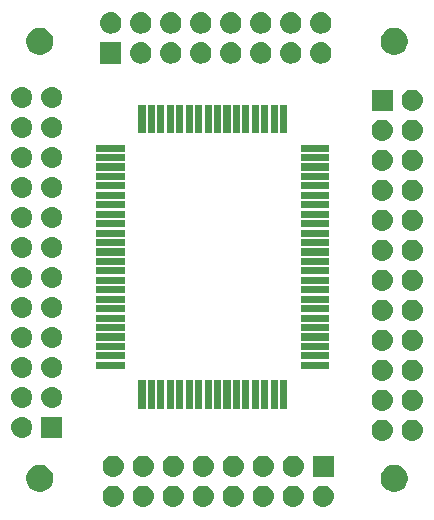
<source format=gbr>
G04 #@! TF.GenerationSoftware,KiCad,Pcbnew,(5.1.2)-2*
G04 #@! TF.CreationDate,2019-08-20T03:23:11-06:00*
G04 #@! TF.ProjectId,pqfp_80_breakout,70716670-5f38-4305-9f62-7265616b6f75,rev?*
G04 #@! TF.SameCoordinates,Original*
G04 #@! TF.FileFunction,Soldermask,Top*
G04 #@! TF.FilePolarity,Negative*
%FSLAX46Y46*%
G04 Gerber Fmt 4.6, Leading zero omitted, Abs format (unit mm)*
G04 Created by KiCad (PCBNEW (5.1.2)-2) date 2019-08-20 03:23:11*
%MOMM*%
%LPD*%
G04 APERTURE LIST*
%ADD10C,0.100000*%
G04 APERTURE END LIST*
D10*
G36*
X160176588Y-93652234D02*
G01*
X160346389Y-93703743D01*
X160502879Y-93787389D01*
X160640043Y-93899957D01*
X160752611Y-94037121D01*
X160836257Y-94193611D01*
X160887766Y-94363412D01*
X160905158Y-94540000D01*
X160887766Y-94716588D01*
X160836257Y-94886389D01*
X160752611Y-95042879D01*
X160640043Y-95180043D01*
X160502879Y-95292611D01*
X160346389Y-95376257D01*
X160176588Y-95427766D01*
X160044249Y-95440800D01*
X159955751Y-95440800D01*
X159823412Y-95427766D01*
X159653611Y-95376257D01*
X159497121Y-95292611D01*
X159359957Y-95180043D01*
X159247389Y-95042879D01*
X159163743Y-94886389D01*
X159112234Y-94716588D01*
X159094842Y-94540000D01*
X159112234Y-94363412D01*
X159163743Y-94193611D01*
X159247389Y-94037121D01*
X159359957Y-93899957D01*
X159497121Y-93787389D01*
X159653611Y-93703743D01*
X159823412Y-93652234D01*
X159955751Y-93639200D01*
X160044249Y-93639200D01*
X160176588Y-93652234D01*
X160176588Y-93652234D01*
G37*
G36*
X142396588Y-93652234D02*
G01*
X142566389Y-93703743D01*
X142722879Y-93787389D01*
X142860043Y-93899957D01*
X142972611Y-94037121D01*
X143056257Y-94193611D01*
X143107766Y-94363412D01*
X143125158Y-94540000D01*
X143107766Y-94716588D01*
X143056257Y-94886389D01*
X142972611Y-95042879D01*
X142860043Y-95180043D01*
X142722879Y-95292611D01*
X142566389Y-95376257D01*
X142396588Y-95427766D01*
X142264249Y-95440800D01*
X142175751Y-95440800D01*
X142043412Y-95427766D01*
X141873611Y-95376257D01*
X141717121Y-95292611D01*
X141579957Y-95180043D01*
X141467389Y-95042879D01*
X141383743Y-94886389D01*
X141332234Y-94716588D01*
X141314842Y-94540000D01*
X141332234Y-94363412D01*
X141383743Y-94193611D01*
X141467389Y-94037121D01*
X141579957Y-93899957D01*
X141717121Y-93787389D01*
X141873611Y-93703743D01*
X142043412Y-93652234D01*
X142175751Y-93639200D01*
X142264249Y-93639200D01*
X142396588Y-93652234D01*
X142396588Y-93652234D01*
G37*
G36*
X144936588Y-93652234D02*
G01*
X145106389Y-93703743D01*
X145262879Y-93787389D01*
X145400043Y-93899957D01*
X145512611Y-94037121D01*
X145596257Y-94193611D01*
X145647766Y-94363412D01*
X145665158Y-94540000D01*
X145647766Y-94716588D01*
X145596257Y-94886389D01*
X145512611Y-95042879D01*
X145400043Y-95180043D01*
X145262879Y-95292611D01*
X145106389Y-95376257D01*
X144936588Y-95427766D01*
X144804249Y-95440800D01*
X144715751Y-95440800D01*
X144583412Y-95427766D01*
X144413611Y-95376257D01*
X144257121Y-95292611D01*
X144119957Y-95180043D01*
X144007389Y-95042879D01*
X143923743Y-94886389D01*
X143872234Y-94716588D01*
X143854842Y-94540000D01*
X143872234Y-94363412D01*
X143923743Y-94193611D01*
X144007389Y-94037121D01*
X144119957Y-93899957D01*
X144257121Y-93787389D01*
X144413611Y-93703743D01*
X144583412Y-93652234D01*
X144715751Y-93639200D01*
X144804249Y-93639200D01*
X144936588Y-93652234D01*
X144936588Y-93652234D01*
G37*
G36*
X147476588Y-93652234D02*
G01*
X147646389Y-93703743D01*
X147802879Y-93787389D01*
X147940043Y-93899957D01*
X148052611Y-94037121D01*
X148136257Y-94193611D01*
X148187766Y-94363412D01*
X148205158Y-94540000D01*
X148187766Y-94716588D01*
X148136257Y-94886389D01*
X148052611Y-95042879D01*
X147940043Y-95180043D01*
X147802879Y-95292611D01*
X147646389Y-95376257D01*
X147476588Y-95427766D01*
X147344249Y-95440800D01*
X147255751Y-95440800D01*
X147123412Y-95427766D01*
X146953611Y-95376257D01*
X146797121Y-95292611D01*
X146659957Y-95180043D01*
X146547389Y-95042879D01*
X146463743Y-94886389D01*
X146412234Y-94716588D01*
X146394842Y-94540000D01*
X146412234Y-94363412D01*
X146463743Y-94193611D01*
X146547389Y-94037121D01*
X146659957Y-93899957D01*
X146797121Y-93787389D01*
X146953611Y-93703743D01*
X147123412Y-93652234D01*
X147255751Y-93639200D01*
X147344249Y-93639200D01*
X147476588Y-93652234D01*
X147476588Y-93652234D01*
G37*
G36*
X150016588Y-93652234D02*
G01*
X150186389Y-93703743D01*
X150342879Y-93787389D01*
X150480043Y-93899957D01*
X150592611Y-94037121D01*
X150676257Y-94193611D01*
X150727766Y-94363412D01*
X150745158Y-94540000D01*
X150727766Y-94716588D01*
X150676257Y-94886389D01*
X150592611Y-95042879D01*
X150480043Y-95180043D01*
X150342879Y-95292611D01*
X150186389Y-95376257D01*
X150016588Y-95427766D01*
X149884249Y-95440800D01*
X149795751Y-95440800D01*
X149663412Y-95427766D01*
X149493611Y-95376257D01*
X149337121Y-95292611D01*
X149199957Y-95180043D01*
X149087389Y-95042879D01*
X149003743Y-94886389D01*
X148952234Y-94716588D01*
X148934842Y-94540000D01*
X148952234Y-94363412D01*
X149003743Y-94193611D01*
X149087389Y-94037121D01*
X149199957Y-93899957D01*
X149337121Y-93787389D01*
X149493611Y-93703743D01*
X149663412Y-93652234D01*
X149795751Y-93639200D01*
X149884249Y-93639200D01*
X150016588Y-93652234D01*
X150016588Y-93652234D01*
G37*
G36*
X155096588Y-93652234D02*
G01*
X155266389Y-93703743D01*
X155422879Y-93787389D01*
X155560043Y-93899957D01*
X155672611Y-94037121D01*
X155756257Y-94193611D01*
X155807766Y-94363412D01*
X155825158Y-94540000D01*
X155807766Y-94716588D01*
X155756257Y-94886389D01*
X155672611Y-95042879D01*
X155560043Y-95180043D01*
X155422879Y-95292611D01*
X155266389Y-95376257D01*
X155096588Y-95427766D01*
X154964249Y-95440800D01*
X154875751Y-95440800D01*
X154743412Y-95427766D01*
X154573611Y-95376257D01*
X154417121Y-95292611D01*
X154279957Y-95180043D01*
X154167389Y-95042879D01*
X154083743Y-94886389D01*
X154032234Y-94716588D01*
X154014842Y-94540000D01*
X154032234Y-94363412D01*
X154083743Y-94193611D01*
X154167389Y-94037121D01*
X154279957Y-93899957D01*
X154417121Y-93787389D01*
X154573611Y-93703743D01*
X154743412Y-93652234D01*
X154875751Y-93639200D01*
X154964249Y-93639200D01*
X155096588Y-93652234D01*
X155096588Y-93652234D01*
G37*
G36*
X152556588Y-93652234D02*
G01*
X152726389Y-93703743D01*
X152882879Y-93787389D01*
X153020043Y-93899957D01*
X153132611Y-94037121D01*
X153216257Y-94193611D01*
X153267766Y-94363412D01*
X153285158Y-94540000D01*
X153267766Y-94716588D01*
X153216257Y-94886389D01*
X153132611Y-95042879D01*
X153020043Y-95180043D01*
X152882879Y-95292611D01*
X152726389Y-95376257D01*
X152556588Y-95427766D01*
X152424249Y-95440800D01*
X152335751Y-95440800D01*
X152203412Y-95427766D01*
X152033611Y-95376257D01*
X151877121Y-95292611D01*
X151739957Y-95180043D01*
X151627389Y-95042879D01*
X151543743Y-94886389D01*
X151492234Y-94716588D01*
X151474842Y-94540000D01*
X151492234Y-94363412D01*
X151543743Y-94193611D01*
X151627389Y-94037121D01*
X151739957Y-93899957D01*
X151877121Y-93787389D01*
X152033611Y-93703743D01*
X152203412Y-93652234D01*
X152335751Y-93639200D01*
X152424249Y-93639200D01*
X152556588Y-93652234D01*
X152556588Y-93652234D01*
G37*
G36*
X157636588Y-93652234D02*
G01*
X157806389Y-93703743D01*
X157962879Y-93787389D01*
X158100043Y-93899957D01*
X158212611Y-94037121D01*
X158296257Y-94193611D01*
X158347766Y-94363412D01*
X158365158Y-94540000D01*
X158347766Y-94716588D01*
X158296257Y-94886389D01*
X158212611Y-95042879D01*
X158100043Y-95180043D01*
X157962879Y-95292611D01*
X157806389Y-95376257D01*
X157636588Y-95427766D01*
X157504249Y-95440800D01*
X157415751Y-95440800D01*
X157283412Y-95427766D01*
X157113611Y-95376257D01*
X156957121Y-95292611D01*
X156819957Y-95180043D01*
X156707389Y-95042879D01*
X156623743Y-94886389D01*
X156572234Y-94716588D01*
X156554842Y-94540000D01*
X156572234Y-94363412D01*
X156623743Y-94193611D01*
X156707389Y-94037121D01*
X156819957Y-93899957D01*
X156957121Y-93787389D01*
X157113611Y-93703743D01*
X157283412Y-93652234D01*
X157415751Y-93639200D01*
X157504249Y-93639200D01*
X157636588Y-93652234D01*
X157636588Y-93652234D01*
G37*
G36*
X166187455Y-91863942D02*
G01*
X166335678Y-91893425D01*
X166545109Y-91980174D01*
X166733593Y-92106115D01*
X166893885Y-92266407D01*
X167019826Y-92454891D01*
X167106575Y-92664322D01*
X167150800Y-92886657D01*
X167150800Y-93113343D01*
X167106575Y-93335678D01*
X167019826Y-93545109D01*
X166893885Y-93733593D01*
X166733593Y-93893885D01*
X166545109Y-94019826D01*
X166335678Y-94106575D01*
X166187455Y-94136058D01*
X166113344Y-94150800D01*
X165886656Y-94150800D01*
X165812545Y-94136058D01*
X165664322Y-94106575D01*
X165454891Y-94019826D01*
X165266407Y-93893885D01*
X165106115Y-93733593D01*
X164980174Y-93545109D01*
X164893425Y-93335678D01*
X164849200Y-93113343D01*
X164849200Y-92886657D01*
X164893425Y-92664322D01*
X164980174Y-92454891D01*
X165106115Y-92266407D01*
X165266407Y-92106115D01*
X165454891Y-91980174D01*
X165664322Y-91893425D01*
X165812545Y-91863942D01*
X165886656Y-91849200D01*
X166113344Y-91849200D01*
X166187455Y-91863942D01*
X166187455Y-91863942D01*
G37*
G36*
X136187455Y-91863942D02*
G01*
X136335678Y-91893425D01*
X136545109Y-91980174D01*
X136733593Y-92106115D01*
X136893885Y-92266407D01*
X137019826Y-92454891D01*
X137106575Y-92664322D01*
X137150800Y-92886657D01*
X137150800Y-93113343D01*
X137106575Y-93335678D01*
X137019826Y-93545109D01*
X136893885Y-93733593D01*
X136733593Y-93893885D01*
X136545109Y-94019826D01*
X136335678Y-94106575D01*
X136187455Y-94136058D01*
X136113344Y-94150800D01*
X135886656Y-94150800D01*
X135812545Y-94136058D01*
X135664322Y-94106575D01*
X135454891Y-94019826D01*
X135266407Y-93893885D01*
X135106115Y-93733593D01*
X134980174Y-93545109D01*
X134893425Y-93335678D01*
X134849200Y-93113343D01*
X134849200Y-92886657D01*
X134893425Y-92664322D01*
X134980174Y-92454891D01*
X135106115Y-92266407D01*
X135266407Y-92106115D01*
X135454891Y-91980174D01*
X135664322Y-91893425D01*
X135812545Y-91863942D01*
X135886656Y-91849200D01*
X136113344Y-91849200D01*
X136187455Y-91863942D01*
X136187455Y-91863942D01*
G37*
G36*
X152556588Y-91112234D02*
G01*
X152726389Y-91163743D01*
X152882879Y-91247389D01*
X153020043Y-91359957D01*
X153132611Y-91497121D01*
X153216257Y-91653611D01*
X153267766Y-91823412D01*
X153285158Y-92000000D01*
X153267766Y-92176588D01*
X153216257Y-92346389D01*
X153132611Y-92502879D01*
X153020043Y-92640043D01*
X152882879Y-92752611D01*
X152726389Y-92836257D01*
X152556588Y-92887766D01*
X152424249Y-92900800D01*
X152335751Y-92900800D01*
X152203412Y-92887766D01*
X152033611Y-92836257D01*
X151877121Y-92752611D01*
X151739957Y-92640043D01*
X151627389Y-92502879D01*
X151543743Y-92346389D01*
X151492234Y-92176588D01*
X151474842Y-92000000D01*
X151492234Y-91823412D01*
X151543743Y-91653611D01*
X151627389Y-91497121D01*
X151739957Y-91359957D01*
X151877121Y-91247389D01*
X152033611Y-91163743D01*
X152203412Y-91112234D01*
X152335751Y-91099200D01*
X152424249Y-91099200D01*
X152556588Y-91112234D01*
X152556588Y-91112234D01*
G37*
G36*
X142396588Y-91112234D02*
G01*
X142566389Y-91163743D01*
X142722879Y-91247389D01*
X142860043Y-91359957D01*
X142972611Y-91497121D01*
X143056257Y-91653611D01*
X143107766Y-91823412D01*
X143125158Y-92000000D01*
X143107766Y-92176588D01*
X143056257Y-92346389D01*
X142972611Y-92502879D01*
X142860043Y-92640043D01*
X142722879Y-92752611D01*
X142566389Y-92836257D01*
X142396588Y-92887766D01*
X142264249Y-92900800D01*
X142175751Y-92900800D01*
X142043412Y-92887766D01*
X141873611Y-92836257D01*
X141717121Y-92752611D01*
X141579957Y-92640043D01*
X141467389Y-92502879D01*
X141383743Y-92346389D01*
X141332234Y-92176588D01*
X141314842Y-92000000D01*
X141332234Y-91823412D01*
X141383743Y-91653611D01*
X141467389Y-91497121D01*
X141579957Y-91359957D01*
X141717121Y-91247389D01*
X141873611Y-91163743D01*
X142043412Y-91112234D01*
X142175751Y-91099200D01*
X142264249Y-91099200D01*
X142396588Y-91112234D01*
X142396588Y-91112234D01*
G37*
G36*
X160900800Y-92900800D02*
G01*
X159099200Y-92900800D01*
X159099200Y-91099200D01*
X160900800Y-91099200D01*
X160900800Y-92900800D01*
X160900800Y-92900800D01*
G37*
G36*
X144936588Y-91112234D02*
G01*
X145106389Y-91163743D01*
X145262879Y-91247389D01*
X145400043Y-91359957D01*
X145512611Y-91497121D01*
X145596257Y-91653611D01*
X145647766Y-91823412D01*
X145665158Y-92000000D01*
X145647766Y-92176588D01*
X145596257Y-92346389D01*
X145512611Y-92502879D01*
X145400043Y-92640043D01*
X145262879Y-92752611D01*
X145106389Y-92836257D01*
X144936588Y-92887766D01*
X144804249Y-92900800D01*
X144715751Y-92900800D01*
X144583412Y-92887766D01*
X144413611Y-92836257D01*
X144257121Y-92752611D01*
X144119957Y-92640043D01*
X144007389Y-92502879D01*
X143923743Y-92346389D01*
X143872234Y-92176588D01*
X143854842Y-92000000D01*
X143872234Y-91823412D01*
X143923743Y-91653611D01*
X144007389Y-91497121D01*
X144119957Y-91359957D01*
X144257121Y-91247389D01*
X144413611Y-91163743D01*
X144583412Y-91112234D01*
X144715751Y-91099200D01*
X144804249Y-91099200D01*
X144936588Y-91112234D01*
X144936588Y-91112234D01*
G37*
G36*
X157636588Y-91112234D02*
G01*
X157806389Y-91163743D01*
X157962879Y-91247389D01*
X158100043Y-91359957D01*
X158212611Y-91497121D01*
X158296257Y-91653611D01*
X158347766Y-91823412D01*
X158365158Y-92000000D01*
X158347766Y-92176588D01*
X158296257Y-92346389D01*
X158212611Y-92502879D01*
X158100043Y-92640043D01*
X157962879Y-92752611D01*
X157806389Y-92836257D01*
X157636588Y-92887766D01*
X157504249Y-92900800D01*
X157415751Y-92900800D01*
X157283412Y-92887766D01*
X157113611Y-92836257D01*
X156957121Y-92752611D01*
X156819957Y-92640043D01*
X156707389Y-92502879D01*
X156623743Y-92346389D01*
X156572234Y-92176588D01*
X156554842Y-92000000D01*
X156572234Y-91823412D01*
X156623743Y-91653611D01*
X156707389Y-91497121D01*
X156819957Y-91359957D01*
X156957121Y-91247389D01*
X157113611Y-91163743D01*
X157283412Y-91112234D01*
X157415751Y-91099200D01*
X157504249Y-91099200D01*
X157636588Y-91112234D01*
X157636588Y-91112234D01*
G37*
G36*
X147476588Y-91112234D02*
G01*
X147646389Y-91163743D01*
X147802879Y-91247389D01*
X147940043Y-91359957D01*
X148052611Y-91497121D01*
X148136257Y-91653611D01*
X148187766Y-91823412D01*
X148205158Y-92000000D01*
X148187766Y-92176588D01*
X148136257Y-92346389D01*
X148052611Y-92502879D01*
X147940043Y-92640043D01*
X147802879Y-92752611D01*
X147646389Y-92836257D01*
X147476588Y-92887766D01*
X147344249Y-92900800D01*
X147255751Y-92900800D01*
X147123412Y-92887766D01*
X146953611Y-92836257D01*
X146797121Y-92752611D01*
X146659957Y-92640043D01*
X146547389Y-92502879D01*
X146463743Y-92346389D01*
X146412234Y-92176588D01*
X146394842Y-92000000D01*
X146412234Y-91823412D01*
X146463743Y-91653611D01*
X146547389Y-91497121D01*
X146659957Y-91359957D01*
X146797121Y-91247389D01*
X146953611Y-91163743D01*
X147123412Y-91112234D01*
X147255751Y-91099200D01*
X147344249Y-91099200D01*
X147476588Y-91112234D01*
X147476588Y-91112234D01*
G37*
G36*
X155096588Y-91112234D02*
G01*
X155266389Y-91163743D01*
X155422879Y-91247389D01*
X155560043Y-91359957D01*
X155672611Y-91497121D01*
X155756257Y-91653611D01*
X155807766Y-91823412D01*
X155825158Y-92000000D01*
X155807766Y-92176588D01*
X155756257Y-92346389D01*
X155672611Y-92502879D01*
X155560043Y-92640043D01*
X155422879Y-92752611D01*
X155266389Y-92836257D01*
X155096588Y-92887766D01*
X154964249Y-92900800D01*
X154875751Y-92900800D01*
X154743412Y-92887766D01*
X154573611Y-92836257D01*
X154417121Y-92752611D01*
X154279957Y-92640043D01*
X154167389Y-92502879D01*
X154083743Y-92346389D01*
X154032234Y-92176588D01*
X154014842Y-92000000D01*
X154032234Y-91823412D01*
X154083743Y-91653611D01*
X154167389Y-91497121D01*
X154279957Y-91359957D01*
X154417121Y-91247389D01*
X154573611Y-91163743D01*
X154743412Y-91112234D01*
X154875751Y-91099200D01*
X154964249Y-91099200D01*
X155096588Y-91112234D01*
X155096588Y-91112234D01*
G37*
G36*
X150016588Y-91112234D02*
G01*
X150186389Y-91163743D01*
X150342879Y-91247389D01*
X150480043Y-91359957D01*
X150592611Y-91497121D01*
X150676257Y-91653611D01*
X150727766Y-91823412D01*
X150745158Y-92000000D01*
X150727766Y-92176588D01*
X150676257Y-92346389D01*
X150592611Y-92502879D01*
X150480043Y-92640043D01*
X150342879Y-92752611D01*
X150186389Y-92836257D01*
X150016588Y-92887766D01*
X149884249Y-92900800D01*
X149795751Y-92900800D01*
X149663412Y-92887766D01*
X149493611Y-92836257D01*
X149337121Y-92752611D01*
X149199957Y-92640043D01*
X149087389Y-92502879D01*
X149003743Y-92346389D01*
X148952234Y-92176588D01*
X148934842Y-92000000D01*
X148952234Y-91823412D01*
X149003743Y-91653611D01*
X149087389Y-91497121D01*
X149199957Y-91359957D01*
X149337121Y-91247389D01*
X149493611Y-91163743D01*
X149663412Y-91112234D01*
X149795751Y-91099200D01*
X149884249Y-91099200D01*
X150016588Y-91112234D01*
X150016588Y-91112234D01*
G37*
G36*
X167716588Y-88052234D02*
G01*
X167886389Y-88103743D01*
X168042879Y-88187389D01*
X168180043Y-88299957D01*
X168292611Y-88437121D01*
X168376257Y-88593611D01*
X168427766Y-88763412D01*
X168445158Y-88940000D01*
X168427766Y-89116588D01*
X168376257Y-89286389D01*
X168292611Y-89442879D01*
X168180043Y-89580043D01*
X168042879Y-89692611D01*
X167886389Y-89776257D01*
X167716588Y-89827766D01*
X167584249Y-89840800D01*
X167495751Y-89840800D01*
X167363412Y-89827766D01*
X167193611Y-89776257D01*
X167037121Y-89692611D01*
X166899957Y-89580043D01*
X166787389Y-89442879D01*
X166703743Y-89286389D01*
X166652234Y-89116588D01*
X166634842Y-88940000D01*
X166652234Y-88763412D01*
X166703743Y-88593611D01*
X166787389Y-88437121D01*
X166899957Y-88299957D01*
X167037121Y-88187389D01*
X167193611Y-88103743D01*
X167363412Y-88052234D01*
X167495751Y-88039200D01*
X167584249Y-88039200D01*
X167716588Y-88052234D01*
X167716588Y-88052234D01*
G37*
G36*
X165176588Y-88052234D02*
G01*
X165346389Y-88103743D01*
X165502879Y-88187389D01*
X165640043Y-88299957D01*
X165752611Y-88437121D01*
X165836257Y-88593611D01*
X165887766Y-88763412D01*
X165905158Y-88940000D01*
X165887766Y-89116588D01*
X165836257Y-89286389D01*
X165752611Y-89442879D01*
X165640043Y-89580043D01*
X165502879Y-89692611D01*
X165346389Y-89776257D01*
X165176588Y-89827766D01*
X165044249Y-89840800D01*
X164955751Y-89840800D01*
X164823412Y-89827766D01*
X164653611Y-89776257D01*
X164497121Y-89692611D01*
X164359957Y-89580043D01*
X164247389Y-89442879D01*
X164163743Y-89286389D01*
X164112234Y-89116588D01*
X164094842Y-88940000D01*
X164112234Y-88763412D01*
X164163743Y-88593611D01*
X164247389Y-88437121D01*
X164359957Y-88299957D01*
X164497121Y-88187389D01*
X164653611Y-88103743D01*
X164823412Y-88052234D01*
X164955751Y-88039200D01*
X165044249Y-88039200D01*
X165176588Y-88052234D01*
X165176588Y-88052234D01*
G37*
G36*
X134636588Y-87812234D02*
G01*
X134806389Y-87863743D01*
X134962879Y-87947389D01*
X135100043Y-88059957D01*
X135212611Y-88197121D01*
X135296257Y-88353611D01*
X135347766Y-88523412D01*
X135365158Y-88700000D01*
X135347766Y-88876588D01*
X135296257Y-89046389D01*
X135212611Y-89202879D01*
X135100043Y-89340043D01*
X134962879Y-89452611D01*
X134806389Y-89536257D01*
X134636588Y-89587766D01*
X134504249Y-89600800D01*
X134415751Y-89600800D01*
X134283412Y-89587766D01*
X134113611Y-89536257D01*
X133957121Y-89452611D01*
X133819957Y-89340043D01*
X133707389Y-89202879D01*
X133623743Y-89046389D01*
X133572234Y-88876588D01*
X133554842Y-88700000D01*
X133572234Y-88523412D01*
X133623743Y-88353611D01*
X133707389Y-88197121D01*
X133819957Y-88059957D01*
X133957121Y-87947389D01*
X134113611Y-87863743D01*
X134283412Y-87812234D01*
X134415751Y-87799200D01*
X134504249Y-87799200D01*
X134636588Y-87812234D01*
X134636588Y-87812234D01*
G37*
G36*
X137900800Y-89600800D02*
G01*
X136099200Y-89600800D01*
X136099200Y-87799200D01*
X137900800Y-87799200D01*
X137900800Y-89600800D01*
X137900800Y-89600800D01*
G37*
G36*
X165176588Y-85512234D02*
G01*
X165346389Y-85563743D01*
X165502879Y-85647389D01*
X165640043Y-85759957D01*
X165752611Y-85897121D01*
X165836257Y-86053611D01*
X165887766Y-86223412D01*
X165905158Y-86400000D01*
X165887766Y-86576588D01*
X165836257Y-86746389D01*
X165752611Y-86902879D01*
X165640043Y-87040043D01*
X165502879Y-87152611D01*
X165346389Y-87236257D01*
X165176588Y-87287766D01*
X165044249Y-87300800D01*
X164955751Y-87300800D01*
X164823412Y-87287766D01*
X164653611Y-87236257D01*
X164497121Y-87152611D01*
X164359957Y-87040043D01*
X164247389Y-86902879D01*
X164163743Y-86746389D01*
X164112234Y-86576588D01*
X164094842Y-86400000D01*
X164112234Y-86223412D01*
X164163743Y-86053611D01*
X164247389Y-85897121D01*
X164359957Y-85759957D01*
X164497121Y-85647389D01*
X164653611Y-85563743D01*
X164823412Y-85512234D01*
X164955751Y-85499200D01*
X165044249Y-85499200D01*
X165176588Y-85512234D01*
X165176588Y-85512234D01*
G37*
G36*
X167716588Y-85512234D02*
G01*
X167886389Y-85563743D01*
X168042879Y-85647389D01*
X168180043Y-85759957D01*
X168292611Y-85897121D01*
X168376257Y-86053611D01*
X168427766Y-86223412D01*
X168445158Y-86400000D01*
X168427766Y-86576588D01*
X168376257Y-86746389D01*
X168292611Y-86902879D01*
X168180043Y-87040043D01*
X168042879Y-87152611D01*
X167886389Y-87236257D01*
X167716588Y-87287766D01*
X167584249Y-87300800D01*
X167495751Y-87300800D01*
X167363412Y-87287766D01*
X167193611Y-87236257D01*
X167037121Y-87152611D01*
X166899957Y-87040043D01*
X166787389Y-86902879D01*
X166703743Y-86746389D01*
X166652234Y-86576588D01*
X166634842Y-86400000D01*
X166652234Y-86223412D01*
X166703743Y-86053611D01*
X166787389Y-85897121D01*
X166899957Y-85759957D01*
X167037121Y-85647389D01*
X167193611Y-85563743D01*
X167363412Y-85512234D01*
X167495751Y-85499200D01*
X167584249Y-85499200D01*
X167716588Y-85512234D01*
X167716588Y-85512234D01*
G37*
G36*
X156150800Y-87100800D02*
G01*
X155549200Y-87100800D01*
X155549200Y-84699200D01*
X156150800Y-84699200D01*
X156150800Y-87100800D01*
X156150800Y-87100800D01*
G37*
G36*
X155350800Y-87100800D02*
G01*
X154749200Y-87100800D01*
X154749200Y-84699200D01*
X155350800Y-84699200D01*
X155350800Y-87100800D01*
X155350800Y-87100800D01*
G37*
G36*
X154550800Y-87100800D02*
G01*
X153949200Y-87100800D01*
X153949200Y-84699200D01*
X154550800Y-84699200D01*
X154550800Y-87100800D01*
X154550800Y-87100800D01*
G37*
G36*
X153750800Y-87100800D02*
G01*
X153149200Y-87100800D01*
X153149200Y-84699200D01*
X153750800Y-84699200D01*
X153750800Y-87100800D01*
X153750800Y-87100800D01*
G37*
G36*
X152950800Y-87100800D02*
G01*
X152349200Y-87100800D01*
X152349200Y-84699200D01*
X152950800Y-84699200D01*
X152950800Y-87100800D01*
X152950800Y-87100800D01*
G37*
G36*
X152150800Y-87100800D02*
G01*
X151549200Y-87100800D01*
X151549200Y-84699200D01*
X152150800Y-84699200D01*
X152150800Y-87100800D01*
X152150800Y-87100800D01*
G37*
G36*
X151350800Y-87100800D02*
G01*
X150749200Y-87100800D01*
X150749200Y-84699200D01*
X151350800Y-84699200D01*
X151350800Y-87100800D01*
X151350800Y-87100800D01*
G37*
G36*
X150550800Y-87100800D02*
G01*
X149949200Y-87100800D01*
X149949200Y-84699200D01*
X150550800Y-84699200D01*
X150550800Y-87100800D01*
X150550800Y-87100800D01*
G37*
G36*
X149750800Y-87100800D02*
G01*
X149149200Y-87100800D01*
X149149200Y-84699200D01*
X149750800Y-84699200D01*
X149750800Y-87100800D01*
X149750800Y-87100800D01*
G37*
G36*
X148150800Y-87100800D02*
G01*
X147549200Y-87100800D01*
X147549200Y-84699200D01*
X148150800Y-84699200D01*
X148150800Y-87100800D01*
X148150800Y-87100800D01*
G37*
G36*
X147350800Y-87100800D02*
G01*
X146749200Y-87100800D01*
X146749200Y-84699200D01*
X147350800Y-84699200D01*
X147350800Y-87100800D01*
X147350800Y-87100800D01*
G37*
G36*
X146550800Y-87100800D02*
G01*
X145949200Y-87100800D01*
X145949200Y-84699200D01*
X146550800Y-84699200D01*
X146550800Y-87100800D01*
X146550800Y-87100800D01*
G37*
G36*
X144950800Y-87100800D02*
G01*
X144349200Y-87100800D01*
X144349200Y-84699200D01*
X144950800Y-84699200D01*
X144950800Y-87100800D01*
X144950800Y-87100800D01*
G37*
G36*
X145750800Y-87100800D02*
G01*
X145149200Y-87100800D01*
X145149200Y-84699200D01*
X145750800Y-84699200D01*
X145750800Y-87100800D01*
X145750800Y-87100800D01*
G37*
G36*
X156950800Y-87100800D02*
G01*
X156349200Y-87100800D01*
X156349200Y-84699200D01*
X156950800Y-84699200D01*
X156950800Y-87100800D01*
X156950800Y-87100800D01*
G37*
G36*
X148950800Y-87100800D02*
G01*
X148349200Y-87100800D01*
X148349200Y-84699200D01*
X148950800Y-84699200D01*
X148950800Y-87100800D01*
X148950800Y-87100800D01*
G37*
G36*
X137176588Y-85272234D02*
G01*
X137346389Y-85323743D01*
X137502879Y-85407389D01*
X137640043Y-85519957D01*
X137752611Y-85657121D01*
X137836257Y-85813611D01*
X137887766Y-85983412D01*
X137905158Y-86160000D01*
X137887766Y-86336588D01*
X137836257Y-86506389D01*
X137752611Y-86662879D01*
X137640043Y-86800043D01*
X137502879Y-86912611D01*
X137346389Y-86996257D01*
X137176588Y-87047766D01*
X137044249Y-87060800D01*
X136955751Y-87060800D01*
X136823412Y-87047766D01*
X136653611Y-86996257D01*
X136497121Y-86912611D01*
X136359957Y-86800043D01*
X136247389Y-86662879D01*
X136163743Y-86506389D01*
X136112234Y-86336588D01*
X136094842Y-86160000D01*
X136112234Y-85983412D01*
X136163743Y-85813611D01*
X136247389Y-85657121D01*
X136359957Y-85519957D01*
X136497121Y-85407389D01*
X136653611Y-85323743D01*
X136823412Y-85272234D01*
X136955751Y-85259200D01*
X137044249Y-85259200D01*
X137176588Y-85272234D01*
X137176588Y-85272234D01*
G37*
G36*
X134636588Y-85272234D02*
G01*
X134806389Y-85323743D01*
X134962879Y-85407389D01*
X135100043Y-85519957D01*
X135212611Y-85657121D01*
X135296257Y-85813611D01*
X135347766Y-85983412D01*
X135365158Y-86160000D01*
X135347766Y-86336588D01*
X135296257Y-86506389D01*
X135212611Y-86662879D01*
X135100043Y-86800043D01*
X134962879Y-86912611D01*
X134806389Y-86996257D01*
X134636588Y-87047766D01*
X134504249Y-87060800D01*
X134415751Y-87060800D01*
X134283412Y-87047766D01*
X134113611Y-86996257D01*
X133957121Y-86912611D01*
X133819957Y-86800043D01*
X133707389Y-86662879D01*
X133623743Y-86506389D01*
X133572234Y-86336588D01*
X133554842Y-86160000D01*
X133572234Y-85983412D01*
X133623743Y-85813611D01*
X133707389Y-85657121D01*
X133819957Y-85519957D01*
X133957121Y-85407389D01*
X134113611Y-85323743D01*
X134283412Y-85272234D01*
X134415751Y-85259200D01*
X134504249Y-85259200D01*
X134636588Y-85272234D01*
X134636588Y-85272234D01*
G37*
G36*
X167716588Y-82972234D02*
G01*
X167886389Y-83023743D01*
X168042879Y-83107389D01*
X168180043Y-83219957D01*
X168292611Y-83357121D01*
X168376257Y-83513611D01*
X168427766Y-83683412D01*
X168445158Y-83860000D01*
X168427766Y-84036588D01*
X168376257Y-84206389D01*
X168292611Y-84362879D01*
X168180043Y-84500043D01*
X168042879Y-84612611D01*
X167886389Y-84696257D01*
X167716588Y-84747766D01*
X167584249Y-84760800D01*
X167495751Y-84760800D01*
X167363412Y-84747766D01*
X167193611Y-84696257D01*
X167037121Y-84612611D01*
X166899957Y-84500043D01*
X166787389Y-84362879D01*
X166703743Y-84206389D01*
X166652234Y-84036588D01*
X166634842Y-83860000D01*
X166652234Y-83683412D01*
X166703743Y-83513611D01*
X166787389Y-83357121D01*
X166899957Y-83219957D01*
X167037121Y-83107389D01*
X167193611Y-83023743D01*
X167363412Y-82972234D01*
X167495751Y-82959200D01*
X167584249Y-82959200D01*
X167716588Y-82972234D01*
X167716588Y-82972234D01*
G37*
G36*
X165176588Y-82972234D02*
G01*
X165346389Y-83023743D01*
X165502879Y-83107389D01*
X165640043Y-83219957D01*
X165752611Y-83357121D01*
X165836257Y-83513611D01*
X165887766Y-83683412D01*
X165905158Y-83860000D01*
X165887766Y-84036588D01*
X165836257Y-84206389D01*
X165752611Y-84362879D01*
X165640043Y-84500043D01*
X165502879Y-84612611D01*
X165346389Y-84696257D01*
X165176588Y-84747766D01*
X165044249Y-84760800D01*
X164955751Y-84760800D01*
X164823412Y-84747766D01*
X164653611Y-84696257D01*
X164497121Y-84612611D01*
X164359957Y-84500043D01*
X164247389Y-84362879D01*
X164163743Y-84206389D01*
X164112234Y-84036588D01*
X164094842Y-83860000D01*
X164112234Y-83683412D01*
X164163743Y-83513611D01*
X164247389Y-83357121D01*
X164359957Y-83219957D01*
X164497121Y-83107389D01*
X164653611Y-83023743D01*
X164823412Y-82972234D01*
X164955751Y-82959200D01*
X165044249Y-82959200D01*
X165176588Y-82972234D01*
X165176588Y-82972234D01*
G37*
G36*
X137176588Y-82732234D02*
G01*
X137346389Y-82783743D01*
X137502879Y-82867389D01*
X137640043Y-82979957D01*
X137752611Y-83117121D01*
X137836257Y-83273611D01*
X137887766Y-83443412D01*
X137905158Y-83620000D01*
X137887766Y-83796588D01*
X137836257Y-83966389D01*
X137752611Y-84122879D01*
X137640043Y-84260043D01*
X137502879Y-84372611D01*
X137346389Y-84456257D01*
X137176588Y-84507766D01*
X137044249Y-84520800D01*
X136955751Y-84520800D01*
X136823412Y-84507766D01*
X136653611Y-84456257D01*
X136497121Y-84372611D01*
X136359957Y-84260043D01*
X136247389Y-84122879D01*
X136163743Y-83966389D01*
X136112234Y-83796588D01*
X136094842Y-83620000D01*
X136112234Y-83443412D01*
X136163743Y-83273611D01*
X136247389Y-83117121D01*
X136359957Y-82979957D01*
X136497121Y-82867389D01*
X136653611Y-82783743D01*
X136823412Y-82732234D01*
X136955751Y-82719200D01*
X137044249Y-82719200D01*
X137176588Y-82732234D01*
X137176588Y-82732234D01*
G37*
G36*
X134636588Y-82732234D02*
G01*
X134806389Y-82783743D01*
X134962879Y-82867389D01*
X135100043Y-82979957D01*
X135212611Y-83117121D01*
X135296257Y-83273611D01*
X135347766Y-83443412D01*
X135365158Y-83620000D01*
X135347766Y-83796588D01*
X135296257Y-83966389D01*
X135212611Y-84122879D01*
X135100043Y-84260043D01*
X134962879Y-84372611D01*
X134806389Y-84456257D01*
X134636588Y-84507766D01*
X134504249Y-84520800D01*
X134415751Y-84520800D01*
X134283412Y-84507766D01*
X134113611Y-84456257D01*
X133957121Y-84372611D01*
X133819957Y-84260043D01*
X133707389Y-84122879D01*
X133623743Y-83966389D01*
X133572234Y-83796588D01*
X133554842Y-83620000D01*
X133572234Y-83443412D01*
X133623743Y-83273611D01*
X133707389Y-83117121D01*
X133819957Y-82979957D01*
X133957121Y-82867389D01*
X134113611Y-82783743D01*
X134283412Y-82732234D01*
X134415751Y-82719200D01*
X134504249Y-82719200D01*
X134636588Y-82732234D01*
X134636588Y-82732234D01*
G37*
G36*
X160500800Y-83750800D02*
G01*
X158099200Y-83750800D01*
X158099200Y-83149200D01*
X160500800Y-83149200D01*
X160500800Y-83750800D01*
X160500800Y-83750800D01*
G37*
G36*
X143200800Y-83750800D02*
G01*
X140799200Y-83750800D01*
X140799200Y-83149200D01*
X143200800Y-83149200D01*
X143200800Y-83750800D01*
X143200800Y-83750800D01*
G37*
G36*
X143200800Y-82950800D02*
G01*
X140799200Y-82950800D01*
X140799200Y-82349200D01*
X143200800Y-82349200D01*
X143200800Y-82950800D01*
X143200800Y-82950800D01*
G37*
G36*
X160500800Y-82950800D02*
G01*
X158099200Y-82950800D01*
X158099200Y-82349200D01*
X160500800Y-82349200D01*
X160500800Y-82950800D01*
X160500800Y-82950800D01*
G37*
G36*
X167716588Y-80432234D02*
G01*
X167886389Y-80483743D01*
X168042879Y-80567389D01*
X168180043Y-80679957D01*
X168292611Y-80817121D01*
X168376257Y-80973611D01*
X168427766Y-81143412D01*
X168445158Y-81320000D01*
X168427766Y-81496588D01*
X168376257Y-81666389D01*
X168292611Y-81822879D01*
X168180043Y-81960043D01*
X168042879Y-82072611D01*
X167886389Y-82156257D01*
X167716588Y-82207766D01*
X167584249Y-82220800D01*
X167495751Y-82220800D01*
X167363412Y-82207766D01*
X167193611Y-82156257D01*
X167037121Y-82072611D01*
X166899957Y-81960043D01*
X166787389Y-81822879D01*
X166703743Y-81666389D01*
X166652234Y-81496588D01*
X166634842Y-81320000D01*
X166652234Y-81143412D01*
X166703743Y-80973611D01*
X166787389Y-80817121D01*
X166899957Y-80679957D01*
X167037121Y-80567389D01*
X167193611Y-80483743D01*
X167363412Y-80432234D01*
X167495751Y-80419200D01*
X167584249Y-80419200D01*
X167716588Y-80432234D01*
X167716588Y-80432234D01*
G37*
G36*
X165176588Y-80432234D02*
G01*
X165346389Y-80483743D01*
X165502879Y-80567389D01*
X165640043Y-80679957D01*
X165752611Y-80817121D01*
X165836257Y-80973611D01*
X165887766Y-81143412D01*
X165905158Y-81320000D01*
X165887766Y-81496588D01*
X165836257Y-81666389D01*
X165752611Y-81822879D01*
X165640043Y-81960043D01*
X165502879Y-82072611D01*
X165346389Y-82156257D01*
X165176588Y-82207766D01*
X165044249Y-82220800D01*
X164955751Y-82220800D01*
X164823412Y-82207766D01*
X164653611Y-82156257D01*
X164497121Y-82072611D01*
X164359957Y-81960043D01*
X164247389Y-81822879D01*
X164163743Y-81666389D01*
X164112234Y-81496588D01*
X164094842Y-81320000D01*
X164112234Y-81143412D01*
X164163743Y-80973611D01*
X164247389Y-80817121D01*
X164359957Y-80679957D01*
X164497121Y-80567389D01*
X164653611Y-80483743D01*
X164823412Y-80432234D01*
X164955751Y-80419200D01*
X165044249Y-80419200D01*
X165176588Y-80432234D01*
X165176588Y-80432234D01*
G37*
G36*
X143200800Y-82150800D02*
G01*
X140799200Y-82150800D01*
X140799200Y-81549200D01*
X143200800Y-81549200D01*
X143200800Y-82150800D01*
X143200800Y-82150800D01*
G37*
G36*
X160500800Y-82150800D02*
G01*
X158099200Y-82150800D01*
X158099200Y-81549200D01*
X160500800Y-81549200D01*
X160500800Y-82150800D01*
X160500800Y-82150800D01*
G37*
G36*
X134636588Y-80192234D02*
G01*
X134806389Y-80243743D01*
X134962879Y-80327389D01*
X135100043Y-80439957D01*
X135212611Y-80577121D01*
X135296257Y-80733611D01*
X135347766Y-80903412D01*
X135365158Y-81080000D01*
X135347766Y-81256588D01*
X135296257Y-81426389D01*
X135212611Y-81582879D01*
X135100043Y-81720043D01*
X134962879Y-81832611D01*
X134806389Y-81916257D01*
X134636588Y-81967766D01*
X134504249Y-81980800D01*
X134415751Y-81980800D01*
X134283412Y-81967766D01*
X134113611Y-81916257D01*
X133957121Y-81832611D01*
X133819957Y-81720043D01*
X133707389Y-81582879D01*
X133623743Y-81426389D01*
X133572234Y-81256588D01*
X133554842Y-81080000D01*
X133572234Y-80903412D01*
X133623743Y-80733611D01*
X133707389Y-80577121D01*
X133819957Y-80439957D01*
X133957121Y-80327389D01*
X134113611Y-80243743D01*
X134283412Y-80192234D01*
X134415751Y-80179200D01*
X134504249Y-80179200D01*
X134636588Y-80192234D01*
X134636588Y-80192234D01*
G37*
G36*
X137176588Y-80192234D02*
G01*
X137346389Y-80243743D01*
X137502879Y-80327389D01*
X137640043Y-80439957D01*
X137752611Y-80577121D01*
X137836257Y-80733611D01*
X137887766Y-80903412D01*
X137905158Y-81080000D01*
X137887766Y-81256588D01*
X137836257Y-81426389D01*
X137752611Y-81582879D01*
X137640043Y-81720043D01*
X137502879Y-81832611D01*
X137346389Y-81916257D01*
X137176588Y-81967766D01*
X137044249Y-81980800D01*
X136955751Y-81980800D01*
X136823412Y-81967766D01*
X136653611Y-81916257D01*
X136497121Y-81832611D01*
X136359957Y-81720043D01*
X136247389Y-81582879D01*
X136163743Y-81426389D01*
X136112234Y-81256588D01*
X136094842Y-81080000D01*
X136112234Y-80903412D01*
X136163743Y-80733611D01*
X136247389Y-80577121D01*
X136359957Y-80439957D01*
X136497121Y-80327389D01*
X136653611Y-80243743D01*
X136823412Y-80192234D01*
X136955751Y-80179200D01*
X137044249Y-80179200D01*
X137176588Y-80192234D01*
X137176588Y-80192234D01*
G37*
G36*
X143200800Y-81350800D02*
G01*
X140799200Y-81350800D01*
X140799200Y-80749200D01*
X143200800Y-80749200D01*
X143200800Y-81350800D01*
X143200800Y-81350800D01*
G37*
G36*
X160500800Y-81350800D02*
G01*
X158099200Y-81350800D01*
X158099200Y-80749200D01*
X160500800Y-80749200D01*
X160500800Y-81350800D01*
X160500800Y-81350800D01*
G37*
G36*
X143200800Y-80550800D02*
G01*
X140799200Y-80550800D01*
X140799200Y-79949200D01*
X143200800Y-79949200D01*
X143200800Y-80550800D01*
X143200800Y-80550800D01*
G37*
G36*
X160500800Y-80550800D02*
G01*
X158099200Y-80550800D01*
X158099200Y-79949200D01*
X160500800Y-79949200D01*
X160500800Y-80550800D01*
X160500800Y-80550800D01*
G37*
G36*
X143200800Y-79750800D02*
G01*
X140799200Y-79750800D01*
X140799200Y-79149200D01*
X143200800Y-79149200D01*
X143200800Y-79750800D01*
X143200800Y-79750800D01*
G37*
G36*
X160500800Y-79750800D02*
G01*
X158099200Y-79750800D01*
X158099200Y-79149200D01*
X160500800Y-79149200D01*
X160500800Y-79750800D01*
X160500800Y-79750800D01*
G37*
G36*
X167716588Y-77892234D02*
G01*
X167886389Y-77943743D01*
X168042879Y-78027389D01*
X168180043Y-78139957D01*
X168292611Y-78277121D01*
X168376257Y-78433611D01*
X168427766Y-78603412D01*
X168445158Y-78780000D01*
X168427766Y-78956588D01*
X168376257Y-79126389D01*
X168292611Y-79282879D01*
X168180043Y-79420043D01*
X168042879Y-79532611D01*
X167886389Y-79616257D01*
X167716588Y-79667766D01*
X167584249Y-79680800D01*
X167495751Y-79680800D01*
X167363412Y-79667766D01*
X167193611Y-79616257D01*
X167037121Y-79532611D01*
X166899957Y-79420043D01*
X166787389Y-79282879D01*
X166703743Y-79126389D01*
X166652234Y-78956588D01*
X166634842Y-78780000D01*
X166652234Y-78603412D01*
X166703743Y-78433611D01*
X166787389Y-78277121D01*
X166899957Y-78139957D01*
X167037121Y-78027389D01*
X167193611Y-77943743D01*
X167363412Y-77892234D01*
X167495751Y-77879200D01*
X167584249Y-77879200D01*
X167716588Y-77892234D01*
X167716588Y-77892234D01*
G37*
G36*
X165176588Y-77892234D02*
G01*
X165346389Y-77943743D01*
X165502879Y-78027389D01*
X165640043Y-78139957D01*
X165752611Y-78277121D01*
X165836257Y-78433611D01*
X165887766Y-78603412D01*
X165905158Y-78780000D01*
X165887766Y-78956588D01*
X165836257Y-79126389D01*
X165752611Y-79282879D01*
X165640043Y-79420043D01*
X165502879Y-79532611D01*
X165346389Y-79616257D01*
X165176588Y-79667766D01*
X165044249Y-79680800D01*
X164955751Y-79680800D01*
X164823412Y-79667766D01*
X164653611Y-79616257D01*
X164497121Y-79532611D01*
X164359957Y-79420043D01*
X164247389Y-79282879D01*
X164163743Y-79126389D01*
X164112234Y-78956588D01*
X164094842Y-78780000D01*
X164112234Y-78603412D01*
X164163743Y-78433611D01*
X164247389Y-78277121D01*
X164359957Y-78139957D01*
X164497121Y-78027389D01*
X164653611Y-77943743D01*
X164823412Y-77892234D01*
X164955751Y-77879200D01*
X165044249Y-77879200D01*
X165176588Y-77892234D01*
X165176588Y-77892234D01*
G37*
G36*
X134636588Y-77652234D02*
G01*
X134806389Y-77703743D01*
X134962879Y-77787389D01*
X135100043Y-77899957D01*
X135212611Y-78037121D01*
X135296257Y-78193611D01*
X135347766Y-78363412D01*
X135365158Y-78540000D01*
X135347766Y-78716588D01*
X135296257Y-78886389D01*
X135212611Y-79042879D01*
X135100043Y-79180043D01*
X134962879Y-79292611D01*
X134806389Y-79376257D01*
X134636588Y-79427766D01*
X134504249Y-79440800D01*
X134415751Y-79440800D01*
X134283412Y-79427766D01*
X134113611Y-79376257D01*
X133957121Y-79292611D01*
X133819957Y-79180043D01*
X133707389Y-79042879D01*
X133623743Y-78886389D01*
X133572234Y-78716588D01*
X133554842Y-78540000D01*
X133572234Y-78363412D01*
X133623743Y-78193611D01*
X133707389Y-78037121D01*
X133819957Y-77899957D01*
X133957121Y-77787389D01*
X134113611Y-77703743D01*
X134283412Y-77652234D01*
X134415751Y-77639200D01*
X134504249Y-77639200D01*
X134636588Y-77652234D01*
X134636588Y-77652234D01*
G37*
G36*
X137176588Y-77652234D02*
G01*
X137346389Y-77703743D01*
X137502879Y-77787389D01*
X137640043Y-77899957D01*
X137752611Y-78037121D01*
X137836257Y-78193611D01*
X137887766Y-78363412D01*
X137905158Y-78540000D01*
X137887766Y-78716588D01*
X137836257Y-78886389D01*
X137752611Y-79042879D01*
X137640043Y-79180043D01*
X137502879Y-79292611D01*
X137346389Y-79376257D01*
X137176588Y-79427766D01*
X137044249Y-79440800D01*
X136955751Y-79440800D01*
X136823412Y-79427766D01*
X136653611Y-79376257D01*
X136497121Y-79292611D01*
X136359957Y-79180043D01*
X136247389Y-79042879D01*
X136163743Y-78886389D01*
X136112234Y-78716588D01*
X136094842Y-78540000D01*
X136112234Y-78363412D01*
X136163743Y-78193611D01*
X136247389Y-78037121D01*
X136359957Y-77899957D01*
X136497121Y-77787389D01*
X136653611Y-77703743D01*
X136823412Y-77652234D01*
X136955751Y-77639200D01*
X137044249Y-77639200D01*
X137176588Y-77652234D01*
X137176588Y-77652234D01*
G37*
G36*
X160500800Y-78950800D02*
G01*
X158099200Y-78950800D01*
X158099200Y-78349200D01*
X160500800Y-78349200D01*
X160500800Y-78950800D01*
X160500800Y-78950800D01*
G37*
G36*
X143200800Y-78950800D02*
G01*
X140799200Y-78950800D01*
X140799200Y-78349200D01*
X143200800Y-78349200D01*
X143200800Y-78950800D01*
X143200800Y-78950800D01*
G37*
G36*
X143200800Y-78150800D02*
G01*
X140799200Y-78150800D01*
X140799200Y-77549200D01*
X143200800Y-77549200D01*
X143200800Y-78150800D01*
X143200800Y-78150800D01*
G37*
G36*
X160500800Y-78150800D02*
G01*
X158099200Y-78150800D01*
X158099200Y-77549200D01*
X160500800Y-77549200D01*
X160500800Y-78150800D01*
X160500800Y-78150800D01*
G37*
G36*
X160500800Y-77350800D02*
G01*
X158099200Y-77350800D01*
X158099200Y-76749200D01*
X160500800Y-76749200D01*
X160500800Y-77350800D01*
X160500800Y-77350800D01*
G37*
G36*
X143200800Y-77350800D02*
G01*
X140799200Y-77350800D01*
X140799200Y-76749200D01*
X143200800Y-76749200D01*
X143200800Y-77350800D01*
X143200800Y-77350800D01*
G37*
G36*
X167716588Y-75352234D02*
G01*
X167886389Y-75403743D01*
X168042879Y-75487389D01*
X168180043Y-75599957D01*
X168292611Y-75737121D01*
X168376257Y-75893611D01*
X168427766Y-76063412D01*
X168445158Y-76240000D01*
X168427766Y-76416588D01*
X168376257Y-76586389D01*
X168292611Y-76742879D01*
X168180043Y-76880043D01*
X168042879Y-76992611D01*
X167886389Y-77076257D01*
X167716588Y-77127766D01*
X167584249Y-77140800D01*
X167495751Y-77140800D01*
X167363412Y-77127766D01*
X167193611Y-77076257D01*
X167037121Y-76992611D01*
X166899957Y-76880043D01*
X166787389Y-76742879D01*
X166703743Y-76586389D01*
X166652234Y-76416588D01*
X166634842Y-76240000D01*
X166652234Y-76063412D01*
X166703743Y-75893611D01*
X166787389Y-75737121D01*
X166899957Y-75599957D01*
X167037121Y-75487389D01*
X167193611Y-75403743D01*
X167363412Y-75352234D01*
X167495751Y-75339200D01*
X167584249Y-75339200D01*
X167716588Y-75352234D01*
X167716588Y-75352234D01*
G37*
G36*
X165176588Y-75352234D02*
G01*
X165346389Y-75403743D01*
X165502879Y-75487389D01*
X165640043Y-75599957D01*
X165752611Y-75737121D01*
X165836257Y-75893611D01*
X165887766Y-76063412D01*
X165905158Y-76240000D01*
X165887766Y-76416588D01*
X165836257Y-76586389D01*
X165752611Y-76742879D01*
X165640043Y-76880043D01*
X165502879Y-76992611D01*
X165346389Y-77076257D01*
X165176588Y-77127766D01*
X165044249Y-77140800D01*
X164955751Y-77140800D01*
X164823412Y-77127766D01*
X164653611Y-77076257D01*
X164497121Y-76992611D01*
X164359957Y-76880043D01*
X164247389Y-76742879D01*
X164163743Y-76586389D01*
X164112234Y-76416588D01*
X164094842Y-76240000D01*
X164112234Y-76063412D01*
X164163743Y-75893611D01*
X164247389Y-75737121D01*
X164359957Y-75599957D01*
X164497121Y-75487389D01*
X164653611Y-75403743D01*
X164823412Y-75352234D01*
X164955751Y-75339200D01*
X165044249Y-75339200D01*
X165176588Y-75352234D01*
X165176588Y-75352234D01*
G37*
G36*
X137176588Y-75112234D02*
G01*
X137346389Y-75163743D01*
X137502879Y-75247389D01*
X137640043Y-75359957D01*
X137752611Y-75497121D01*
X137836257Y-75653611D01*
X137887766Y-75823412D01*
X137905158Y-76000000D01*
X137887766Y-76176588D01*
X137836257Y-76346389D01*
X137752611Y-76502879D01*
X137640043Y-76640043D01*
X137502879Y-76752611D01*
X137346389Y-76836257D01*
X137176588Y-76887766D01*
X137044249Y-76900800D01*
X136955751Y-76900800D01*
X136823412Y-76887766D01*
X136653611Y-76836257D01*
X136497121Y-76752611D01*
X136359957Y-76640043D01*
X136247389Y-76502879D01*
X136163743Y-76346389D01*
X136112234Y-76176588D01*
X136094842Y-76000000D01*
X136112234Y-75823412D01*
X136163743Y-75653611D01*
X136247389Y-75497121D01*
X136359957Y-75359957D01*
X136497121Y-75247389D01*
X136653611Y-75163743D01*
X136823412Y-75112234D01*
X136955751Y-75099200D01*
X137044249Y-75099200D01*
X137176588Y-75112234D01*
X137176588Y-75112234D01*
G37*
G36*
X134636588Y-75112234D02*
G01*
X134806389Y-75163743D01*
X134962879Y-75247389D01*
X135100043Y-75359957D01*
X135212611Y-75497121D01*
X135296257Y-75653611D01*
X135347766Y-75823412D01*
X135365158Y-76000000D01*
X135347766Y-76176588D01*
X135296257Y-76346389D01*
X135212611Y-76502879D01*
X135100043Y-76640043D01*
X134962879Y-76752611D01*
X134806389Y-76836257D01*
X134636588Y-76887766D01*
X134504249Y-76900800D01*
X134415751Y-76900800D01*
X134283412Y-76887766D01*
X134113611Y-76836257D01*
X133957121Y-76752611D01*
X133819957Y-76640043D01*
X133707389Y-76502879D01*
X133623743Y-76346389D01*
X133572234Y-76176588D01*
X133554842Y-76000000D01*
X133572234Y-75823412D01*
X133623743Y-75653611D01*
X133707389Y-75497121D01*
X133819957Y-75359957D01*
X133957121Y-75247389D01*
X134113611Y-75163743D01*
X134283412Y-75112234D01*
X134415751Y-75099200D01*
X134504249Y-75099200D01*
X134636588Y-75112234D01*
X134636588Y-75112234D01*
G37*
G36*
X160500800Y-76550800D02*
G01*
X158099200Y-76550800D01*
X158099200Y-75949200D01*
X160500800Y-75949200D01*
X160500800Y-76550800D01*
X160500800Y-76550800D01*
G37*
G36*
X143200800Y-76550800D02*
G01*
X140799200Y-76550800D01*
X140799200Y-75949200D01*
X143200800Y-75949200D01*
X143200800Y-76550800D01*
X143200800Y-76550800D01*
G37*
G36*
X160500800Y-75750800D02*
G01*
X158099200Y-75750800D01*
X158099200Y-75149200D01*
X160500800Y-75149200D01*
X160500800Y-75750800D01*
X160500800Y-75750800D01*
G37*
G36*
X143200800Y-75750800D02*
G01*
X140799200Y-75750800D01*
X140799200Y-75149200D01*
X143200800Y-75149200D01*
X143200800Y-75750800D01*
X143200800Y-75750800D01*
G37*
G36*
X143200800Y-74950800D02*
G01*
X140799200Y-74950800D01*
X140799200Y-74349200D01*
X143200800Y-74349200D01*
X143200800Y-74950800D01*
X143200800Y-74950800D01*
G37*
G36*
X160500800Y-74950800D02*
G01*
X158099200Y-74950800D01*
X158099200Y-74349200D01*
X160500800Y-74349200D01*
X160500800Y-74950800D01*
X160500800Y-74950800D01*
G37*
G36*
X165176588Y-72812234D02*
G01*
X165346389Y-72863743D01*
X165502879Y-72947389D01*
X165640043Y-73059957D01*
X165752611Y-73197121D01*
X165836257Y-73353611D01*
X165887766Y-73523412D01*
X165905158Y-73700000D01*
X165887766Y-73876588D01*
X165836257Y-74046389D01*
X165752611Y-74202879D01*
X165640043Y-74340043D01*
X165502879Y-74452611D01*
X165346389Y-74536257D01*
X165176588Y-74587766D01*
X165044249Y-74600800D01*
X164955751Y-74600800D01*
X164823412Y-74587766D01*
X164653611Y-74536257D01*
X164497121Y-74452611D01*
X164359957Y-74340043D01*
X164247389Y-74202879D01*
X164163743Y-74046389D01*
X164112234Y-73876588D01*
X164094842Y-73700000D01*
X164112234Y-73523412D01*
X164163743Y-73353611D01*
X164247389Y-73197121D01*
X164359957Y-73059957D01*
X164497121Y-72947389D01*
X164653611Y-72863743D01*
X164823412Y-72812234D01*
X164955751Y-72799200D01*
X165044249Y-72799200D01*
X165176588Y-72812234D01*
X165176588Y-72812234D01*
G37*
G36*
X167716588Y-72812234D02*
G01*
X167886389Y-72863743D01*
X168042879Y-72947389D01*
X168180043Y-73059957D01*
X168292611Y-73197121D01*
X168376257Y-73353611D01*
X168427766Y-73523412D01*
X168445158Y-73700000D01*
X168427766Y-73876588D01*
X168376257Y-74046389D01*
X168292611Y-74202879D01*
X168180043Y-74340043D01*
X168042879Y-74452611D01*
X167886389Y-74536257D01*
X167716588Y-74587766D01*
X167584249Y-74600800D01*
X167495751Y-74600800D01*
X167363412Y-74587766D01*
X167193611Y-74536257D01*
X167037121Y-74452611D01*
X166899957Y-74340043D01*
X166787389Y-74202879D01*
X166703743Y-74046389D01*
X166652234Y-73876588D01*
X166634842Y-73700000D01*
X166652234Y-73523412D01*
X166703743Y-73353611D01*
X166787389Y-73197121D01*
X166899957Y-73059957D01*
X167037121Y-72947389D01*
X167193611Y-72863743D01*
X167363412Y-72812234D01*
X167495751Y-72799200D01*
X167584249Y-72799200D01*
X167716588Y-72812234D01*
X167716588Y-72812234D01*
G37*
G36*
X137176588Y-72572234D02*
G01*
X137346389Y-72623743D01*
X137502879Y-72707389D01*
X137640043Y-72819957D01*
X137752611Y-72957121D01*
X137836257Y-73113611D01*
X137887766Y-73283412D01*
X137905158Y-73460000D01*
X137887766Y-73636588D01*
X137836257Y-73806389D01*
X137752611Y-73962879D01*
X137640043Y-74100043D01*
X137502879Y-74212611D01*
X137346389Y-74296257D01*
X137176588Y-74347766D01*
X137044249Y-74360800D01*
X136955751Y-74360800D01*
X136823412Y-74347766D01*
X136653611Y-74296257D01*
X136497121Y-74212611D01*
X136359957Y-74100043D01*
X136247389Y-73962879D01*
X136163743Y-73806389D01*
X136112234Y-73636588D01*
X136094842Y-73460000D01*
X136112234Y-73283412D01*
X136163743Y-73113611D01*
X136247389Y-72957121D01*
X136359957Y-72819957D01*
X136497121Y-72707389D01*
X136653611Y-72623743D01*
X136823412Y-72572234D01*
X136955751Y-72559200D01*
X137044249Y-72559200D01*
X137176588Y-72572234D01*
X137176588Y-72572234D01*
G37*
G36*
X134636588Y-72572234D02*
G01*
X134806389Y-72623743D01*
X134962879Y-72707389D01*
X135100043Y-72819957D01*
X135212611Y-72957121D01*
X135296257Y-73113611D01*
X135347766Y-73283412D01*
X135365158Y-73460000D01*
X135347766Y-73636588D01*
X135296257Y-73806389D01*
X135212611Y-73962879D01*
X135100043Y-74100043D01*
X134962879Y-74212611D01*
X134806389Y-74296257D01*
X134636588Y-74347766D01*
X134504249Y-74360800D01*
X134415751Y-74360800D01*
X134283412Y-74347766D01*
X134113611Y-74296257D01*
X133957121Y-74212611D01*
X133819957Y-74100043D01*
X133707389Y-73962879D01*
X133623743Y-73806389D01*
X133572234Y-73636588D01*
X133554842Y-73460000D01*
X133572234Y-73283412D01*
X133623743Y-73113611D01*
X133707389Y-72957121D01*
X133819957Y-72819957D01*
X133957121Y-72707389D01*
X134113611Y-72623743D01*
X134283412Y-72572234D01*
X134415751Y-72559200D01*
X134504249Y-72559200D01*
X134636588Y-72572234D01*
X134636588Y-72572234D01*
G37*
G36*
X143200800Y-74150800D02*
G01*
X140799200Y-74150800D01*
X140799200Y-73549200D01*
X143200800Y-73549200D01*
X143200800Y-74150800D01*
X143200800Y-74150800D01*
G37*
G36*
X160500800Y-74150800D02*
G01*
X158099200Y-74150800D01*
X158099200Y-73549200D01*
X160500800Y-73549200D01*
X160500800Y-74150800D01*
X160500800Y-74150800D01*
G37*
G36*
X160500800Y-73350800D02*
G01*
X158099200Y-73350800D01*
X158099200Y-72749200D01*
X160500800Y-72749200D01*
X160500800Y-73350800D01*
X160500800Y-73350800D01*
G37*
G36*
X143200800Y-73350800D02*
G01*
X140799200Y-73350800D01*
X140799200Y-72749200D01*
X143200800Y-72749200D01*
X143200800Y-73350800D01*
X143200800Y-73350800D01*
G37*
G36*
X160500800Y-72550800D02*
G01*
X158099200Y-72550800D01*
X158099200Y-71949200D01*
X160500800Y-71949200D01*
X160500800Y-72550800D01*
X160500800Y-72550800D01*
G37*
G36*
X143200800Y-72550800D02*
G01*
X140799200Y-72550800D01*
X140799200Y-71949200D01*
X143200800Y-71949200D01*
X143200800Y-72550800D01*
X143200800Y-72550800D01*
G37*
G36*
X167716588Y-70272234D02*
G01*
X167886389Y-70323743D01*
X168042879Y-70407389D01*
X168180043Y-70519957D01*
X168292611Y-70657121D01*
X168376257Y-70813611D01*
X168427766Y-70983412D01*
X168445158Y-71160000D01*
X168427766Y-71336588D01*
X168376257Y-71506389D01*
X168292611Y-71662879D01*
X168180043Y-71800043D01*
X168042879Y-71912611D01*
X167886389Y-71996257D01*
X167716588Y-72047766D01*
X167584249Y-72060800D01*
X167495751Y-72060800D01*
X167363412Y-72047766D01*
X167193611Y-71996257D01*
X167037121Y-71912611D01*
X166899957Y-71800043D01*
X166787389Y-71662879D01*
X166703743Y-71506389D01*
X166652234Y-71336588D01*
X166634842Y-71160000D01*
X166652234Y-70983412D01*
X166703743Y-70813611D01*
X166787389Y-70657121D01*
X166899957Y-70519957D01*
X167037121Y-70407389D01*
X167193611Y-70323743D01*
X167363412Y-70272234D01*
X167495751Y-70259200D01*
X167584249Y-70259200D01*
X167716588Y-70272234D01*
X167716588Y-70272234D01*
G37*
G36*
X165176588Y-70272234D02*
G01*
X165346389Y-70323743D01*
X165502879Y-70407389D01*
X165640043Y-70519957D01*
X165752611Y-70657121D01*
X165836257Y-70813611D01*
X165887766Y-70983412D01*
X165905158Y-71160000D01*
X165887766Y-71336588D01*
X165836257Y-71506389D01*
X165752611Y-71662879D01*
X165640043Y-71800043D01*
X165502879Y-71912611D01*
X165346389Y-71996257D01*
X165176588Y-72047766D01*
X165044249Y-72060800D01*
X164955751Y-72060800D01*
X164823412Y-72047766D01*
X164653611Y-71996257D01*
X164497121Y-71912611D01*
X164359957Y-71800043D01*
X164247389Y-71662879D01*
X164163743Y-71506389D01*
X164112234Y-71336588D01*
X164094842Y-71160000D01*
X164112234Y-70983412D01*
X164163743Y-70813611D01*
X164247389Y-70657121D01*
X164359957Y-70519957D01*
X164497121Y-70407389D01*
X164653611Y-70323743D01*
X164823412Y-70272234D01*
X164955751Y-70259200D01*
X165044249Y-70259200D01*
X165176588Y-70272234D01*
X165176588Y-70272234D01*
G37*
G36*
X137176588Y-70032234D02*
G01*
X137346389Y-70083743D01*
X137502879Y-70167389D01*
X137640043Y-70279957D01*
X137752611Y-70417121D01*
X137836257Y-70573611D01*
X137887766Y-70743412D01*
X137905158Y-70920000D01*
X137887766Y-71096588D01*
X137836257Y-71266389D01*
X137752611Y-71422879D01*
X137640043Y-71560043D01*
X137502879Y-71672611D01*
X137346389Y-71756257D01*
X137176588Y-71807766D01*
X137044249Y-71820800D01*
X136955751Y-71820800D01*
X136823412Y-71807766D01*
X136653611Y-71756257D01*
X136497121Y-71672611D01*
X136359957Y-71560043D01*
X136247389Y-71422879D01*
X136163743Y-71266389D01*
X136112234Y-71096588D01*
X136094842Y-70920000D01*
X136112234Y-70743412D01*
X136163743Y-70573611D01*
X136247389Y-70417121D01*
X136359957Y-70279957D01*
X136497121Y-70167389D01*
X136653611Y-70083743D01*
X136823412Y-70032234D01*
X136955751Y-70019200D01*
X137044249Y-70019200D01*
X137176588Y-70032234D01*
X137176588Y-70032234D01*
G37*
G36*
X134636588Y-70032234D02*
G01*
X134806389Y-70083743D01*
X134962879Y-70167389D01*
X135100043Y-70279957D01*
X135212611Y-70417121D01*
X135296257Y-70573611D01*
X135347766Y-70743412D01*
X135365158Y-70920000D01*
X135347766Y-71096588D01*
X135296257Y-71266389D01*
X135212611Y-71422879D01*
X135100043Y-71560043D01*
X134962879Y-71672611D01*
X134806389Y-71756257D01*
X134636588Y-71807766D01*
X134504249Y-71820800D01*
X134415751Y-71820800D01*
X134283412Y-71807766D01*
X134113611Y-71756257D01*
X133957121Y-71672611D01*
X133819957Y-71560043D01*
X133707389Y-71422879D01*
X133623743Y-71266389D01*
X133572234Y-71096588D01*
X133554842Y-70920000D01*
X133572234Y-70743412D01*
X133623743Y-70573611D01*
X133707389Y-70417121D01*
X133819957Y-70279957D01*
X133957121Y-70167389D01*
X134113611Y-70083743D01*
X134283412Y-70032234D01*
X134415751Y-70019200D01*
X134504249Y-70019200D01*
X134636588Y-70032234D01*
X134636588Y-70032234D01*
G37*
G36*
X143200800Y-71750800D02*
G01*
X140799200Y-71750800D01*
X140799200Y-71149200D01*
X143200800Y-71149200D01*
X143200800Y-71750800D01*
X143200800Y-71750800D01*
G37*
G36*
X160500800Y-71750800D02*
G01*
X158099200Y-71750800D01*
X158099200Y-71149200D01*
X160500800Y-71149200D01*
X160500800Y-71750800D01*
X160500800Y-71750800D01*
G37*
G36*
X143200800Y-70950800D02*
G01*
X140799200Y-70950800D01*
X140799200Y-70349200D01*
X143200800Y-70349200D01*
X143200800Y-70950800D01*
X143200800Y-70950800D01*
G37*
G36*
X160500800Y-70950800D02*
G01*
X158099200Y-70950800D01*
X158099200Y-70349200D01*
X160500800Y-70349200D01*
X160500800Y-70950800D01*
X160500800Y-70950800D01*
G37*
G36*
X143200800Y-70150800D02*
G01*
X140799200Y-70150800D01*
X140799200Y-69549200D01*
X143200800Y-69549200D01*
X143200800Y-70150800D01*
X143200800Y-70150800D01*
G37*
G36*
X160500800Y-70150800D02*
G01*
X158099200Y-70150800D01*
X158099200Y-69549200D01*
X160500800Y-69549200D01*
X160500800Y-70150800D01*
X160500800Y-70150800D01*
G37*
G36*
X165176588Y-67732234D02*
G01*
X165346389Y-67783743D01*
X165502879Y-67867389D01*
X165640043Y-67979957D01*
X165752611Y-68117121D01*
X165836257Y-68273611D01*
X165887766Y-68443412D01*
X165905158Y-68620000D01*
X165887766Y-68796588D01*
X165836257Y-68966389D01*
X165752611Y-69122879D01*
X165640043Y-69260043D01*
X165502879Y-69372611D01*
X165346389Y-69456257D01*
X165176588Y-69507766D01*
X165044249Y-69520800D01*
X164955751Y-69520800D01*
X164823412Y-69507766D01*
X164653611Y-69456257D01*
X164497121Y-69372611D01*
X164359957Y-69260043D01*
X164247389Y-69122879D01*
X164163743Y-68966389D01*
X164112234Y-68796588D01*
X164094842Y-68620000D01*
X164112234Y-68443412D01*
X164163743Y-68273611D01*
X164247389Y-68117121D01*
X164359957Y-67979957D01*
X164497121Y-67867389D01*
X164653611Y-67783743D01*
X164823412Y-67732234D01*
X164955751Y-67719200D01*
X165044249Y-67719200D01*
X165176588Y-67732234D01*
X165176588Y-67732234D01*
G37*
G36*
X167716588Y-67732234D02*
G01*
X167886389Y-67783743D01*
X168042879Y-67867389D01*
X168180043Y-67979957D01*
X168292611Y-68117121D01*
X168376257Y-68273611D01*
X168427766Y-68443412D01*
X168445158Y-68620000D01*
X168427766Y-68796588D01*
X168376257Y-68966389D01*
X168292611Y-69122879D01*
X168180043Y-69260043D01*
X168042879Y-69372611D01*
X167886389Y-69456257D01*
X167716588Y-69507766D01*
X167584249Y-69520800D01*
X167495751Y-69520800D01*
X167363412Y-69507766D01*
X167193611Y-69456257D01*
X167037121Y-69372611D01*
X166899957Y-69260043D01*
X166787389Y-69122879D01*
X166703743Y-68966389D01*
X166652234Y-68796588D01*
X166634842Y-68620000D01*
X166652234Y-68443412D01*
X166703743Y-68273611D01*
X166787389Y-68117121D01*
X166899957Y-67979957D01*
X167037121Y-67867389D01*
X167193611Y-67783743D01*
X167363412Y-67732234D01*
X167495751Y-67719200D01*
X167584249Y-67719200D01*
X167716588Y-67732234D01*
X167716588Y-67732234D01*
G37*
G36*
X143200800Y-69350800D02*
G01*
X140799200Y-69350800D01*
X140799200Y-68749200D01*
X143200800Y-68749200D01*
X143200800Y-69350800D01*
X143200800Y-69350800D01*
G37*
G36*
X160500800Y-69350800D02*
G01*
X158099200Y-69350800D01*
X158099200Y-68749200D01*
X160500800Y-68749200D01*
X160500800Y-69350800D01*
X160500800Y-69350800D01*
G37*
G36*
X134636588Y-67492234D02*
G01*
X134806389Y-67543743D01*
X134962879Y-67627389D01*
X135100043Y-67739957D01*
X135212611Y-67877121D01*
X135296257Y-68033611D01*
X135347766Y-68203412D01*
X135365158Y-68380000D01*
X135347766Y-68556588D01*
X135296257Y-68726389D01*
X135212611Y-68882879D01*
X135100043Y-69020043D01*
X134962879Y-69132611D01*
X134806389Y-69216257D01*
X134636588Y-69267766D01*
X134504249Y-69280800D01*
X134415751Y-69280800D01*
X134283412Y-69267766D01*
X134113611Y-69216257D01*
X133957121Y-69132611D01*
X133819957Y-69020043D01*
X133707389Y-68882879D01*
X133623743Y-68726389D01*
X133572234Y-68556588D01*
X133554842Y-68380000D01*
X133572234Y-68203412D01*
X133623743Y-68033611D01*
X133707389Y-67877121D01*
X133819957Y-67739957D01*
X133957121Y-67627389D01*
X134113611Y-67543743D01*
X134283412Y-67492234D01*
X134415751Y-67479200D01*
X134504249Y-67479200D01*
X134636588Y-67492234D01*
X134636588Y-67492234D01*
G37*
G36*
X137176588Y-67492234D02*
G01*
X137346389Y-67543743D01*
X137502879Y-67627389D01*
X137640043Y-67739957D01*
X137752611Y-67877121D01*
X137836257Y-68033611D01*
X137887766Y-68203412D01*
X137905158Y-68380000D01*
X137887766Y-68556588D01*
X137836257Y-68726389D01*
X137752611Y-68882879D01*
X137640043Y-69020043D01*
X137502879Y-69132611D01*
X137346389Y-69216257D01*
X137176588Y-69267766D01*
X137044249Y-69280800D01*
X136955751Y-69280800D01*
X136823412Y-69267766D01*
X136653611Y-69216257D01*
X136497121Y-69132611D01*
X136359957Y-69020043D01*
X136247389Y-68882879D01*
X136163743Y-68726389D01*
X136112234Y-68556588D01*
X136094842Y-68380000D01*
X136112234Y-68203412D01*
X136163743Y-68033611D01*
X136247389Y-67877121D01*
X136359957Y-67739957D01*
X136497121Y-67627389D01*
X136653611Y-67543743D01*
X136823412Y-67492234D01*
X136955751Y-67479200D01*
X137044249Y-67479200D01*
X137176588Y-67492234D01*
X137176588Y-67492234D01*
G37*
G36*
X143200800Y-68550800D02*
G01*
X140799200Y-68550800D01*
X140799200Y-67949200D01*
X143200800Y-67949200D01*
X143200800Y-68550800D01*
X143200800Y-68550800D01*
G37*
G36*
X160500800Y-68550800D02*
G01*
X158099200Y-68550800D01*
X158099200Y-67949200D01*
X160500800Y-67949200D01*
X160500800Y-68550800D01*
X160500800Y-68550800D01*
G37*
G36*
X143200800Y-67750800D02*
G01*
X140799200Y-67750800D01*
X140799200Y-67149200D01*
X143200800Y-67149200D01*
X143200800Y-67750800D01*
X143200800Y-67750800D01*
G37*
G36*
X160500800Y-67750800D02*
G01*
X158099200Y-67750800D01*
X158099200Y-67149200D01*
X160500800Y-67149200D01*
X160500800Y-67750800D01*
X160500800Y-67750800D01*
G37*
G36*
X167716588Y-65192234D02*
G01*
X167886389Y-65243743D01*
X168042879Y-65327389D01*
X168180043Y-65439957D01*
X168292611Y-65577121D01*
X168376257Y-65733611D01*
X168427766Y-65903412D01*
X168445158Y-66080000D01*
X168427766Y-66256588D01*
X168376257Y-66426389D01*
X168292611Y-66582879D01*
X168180043Y-66720043D01*
X168042879Y-66832611D01*
X167886389Y-66916257D01*
X167716588Y-66967766D01*
X167584249Y-66980800D01*
X167495751Y-66980800D01*
X167363412Y-66967766D01*
X167193611Y-66916257D01*
X167037121Y-66832611D01*
X166899957Y-66720043D01*
X166787389Y-66582879D01*
X166703743Y-66426389D01*
X166652234Y-66256588D01*
X166634842Y-66080000D01*
X166652234Y-65903412D01*
X166703743Y-65733611D01*
X166787389Y-65577121D01*
X166899957Y-65439957D01*
X167037121Y-65327389D01*
X167193611Y-65243743D01*
X167363412Y-65192234D01*
X167495751Y-65179200D01*
X167584249Y-65179200D01*
X167716588Y-65192234D01*
X167716588Y-65192234D01*
G37*
G36*
X165176588Y-65192234D02*
G01*
X165346389Y-65243743D01*
X165502879Y-65327389D01*
X165640043Y-65439957D01*
X165752611Y-65577121D01*
X165836257Y-65733611D01*
X165887766Y-65903412D01*
X165905158Y-66080000D01*
X165887766Y-66256588D01*
X165836257Y-66426389D01*
X165752611Y-66582879D01*
X165640043Y-66720043D01*
X165502879Y-66832611D01*
X165346389Y-66916257D01*
X165176588Y-66967766D01*
X165044249Y-66980800D01*
X164955751Y-66980800D01*
X164823412Y-66967766D01*
X164653611Y-66916257D01*
X164497121Y-66832611D01*
X164359957Y-66720043D01*
X164247389Y-66582879D01*
X164163743Y-66426389D01*
X164112234Y-66256588D01*
X164094842Y-66080000D01*
X164112234Y-65903412D01*
X164163743Y-65733611D01*
X164247389Y-65577121D01*
X164359957Y-65439957D01*
X164497121Y-65327389D01*
X164653611Y-65243743D01*
X164823412Y-65192234D01*
X164955751Y-65179200D01*
X165044249Y-65179200D01*
X165176588Y-65192234D01*
X165176588Y-65192234D01*
G37*
G36*
X160500800Y-66950800D02*
G01*
X158099200Y-66950800D01*
X158099200Y-66349200D01*
X160500800Y-66349200D01*
X160500800Y-66950800D01*
X160500800Y-66950800D01*
G37*
G36*
X143200800Y-66950800D02*
G01*
X140799200Y-66950800D01*
X140799200Y-66349200D01*
X143200800Y-66349200D01*
X143200800Y-66950800D01*
X143200800Y-66950800D01*
G37*
G36*
X137176588Y-64952234D02*
G01*
X137346389Y-65003743D01*
X137502879Y-65087389D01*
X137640043Y-65199957D01*
X137752611Y-65337121D01*
X137836257Y-65493611D01*
X137887766Y-65663412D01*
X137905158Y-65840000D01*
X137887766Y-66016588D01*
X137836257Y-66186389D01*
X137752611Y-66342879D01*
X137640043Y-66480043D01*
X137502879Y-66592611D01*
X137346389Y-66676257D01*
X137176588Y-66727766D01*
X137044249Y-66740800D01*
X136955751Y-66740800D01*
X136823412Y-66727766D01*
X136653611Y-66676257D01*
X136497121Y-66592611D01*
X136359957Y-66480043D01*
X136247389Y-66342879D01*
X136163743Y-66186389D01*
X136112234Y-66016588D01*
X136094842Y-65840000D01*
X136112234Y-65663412D01*
X136163743Y-65493611D01*
X136247389Y-65337121D01*
X136359957Y-65199957D01*
X136497121Y-65087389D01*
X136653611Y-65003743D01*
X136823412Y-64952234D01*
X136955751Y-64939200D01*
X137044249Y-64939200D01*
X137176588Y-64952234D01*
X137176588Y-64952234D01*
G37*
G36*
X134636588Y-64952234D02*
G01*
X134806389Y-65003743D01*
X134962879Y-65087389D01*
X135100043Y-65199957D01*
X135212611Y-65337121D01*
X135296257Y-65493611D01*
X135347766Y-65663412D01*
X135365158Y-65840000D01*
X135347766Y-66016588D01*
X135296257Y-66186389D01*
X135212611Y-66342879D01*
X135100043Y-66480043D01*
X134962879Y-66592611D01*
X134806389Y-66676257D01*
X134636588Y-66727766D01*
X134504249Y-66740800D01*
X134415751Y-66740800D01*
X134283412Y-66727766D01*
X134113611Y-66676257D01*
X133957121Y-66592611D01*
X133819957Y-66480043D01*
X133707389Y-66342879D01*
X133623743Y-66186389D01*
X133572234Y-66016588D01*
X133554842Y-65840000D01*
X133572234Y-65663412D01*
X133623743Y-65493611D01*
X133707389Y-65337121D01*
X133819957Y-65199957D01*
X133957121Y-65087389D01*
X134113611Y-65003743D01*
X134283412Y-64952234D01*
X134415751Y-64939200D01*
X134504249Y-64939200D01*
X134636588Y-64952234D01*
X134636588Y-64952234D01*
G37*
G36*
X160500800Y-66150800D02*
G01*
X158099200Y-66150800D01*
X158099200Y-65549200D01*
X160500800Y-65549200D01*
X160500800Y-66150800D01*
X160500800Y-66150800D01*
G37*
G36*
X143200800Y-66150800D02*
G01*
X140799200Y-66150800D01*
X140799200Y-65549200D01*
X143200800Y-65549200D01*
X143200800Y-66150800D01*
X143200800Y-66150800D01*
G37*
G36*
X160500800Y-65350800D02*
G01*
X158099200Y-65350800D01*
X158099200Y-64749200D01*
X160500800Y-64749200D01*
X160500800Y-65350800D01*
X160500800Y-65350800D01*
G37*
G36*
X143200800Y-65350800D02*
G01*
X140799200Y-65350800D01*
X140799200Y-64749200D01*
X143200800Y-64749200D01*
X143200800Y-65350800D01*
X143200800Y-65350800D01*
G37*
G36*
X165176588Y-62652234D02*
G01*
X165346389Y-62703743D01*
X165502879Y-62787389D01*
X165640043Y-62899957D01*
X165752611Y-63037121D01*
X165836257Y-63193611D01*
X165887766Y-63363412D01*
X165905158Y-63540000D01*
X165887766Y-63716588D01*
X165836257Y-63886389D01*
X165752611Y-64042879D01*
X165640043Y-64180043D01*
X165502879Y-64292611D01*
X165346389Y-64376257D01*
X165176588Y-64427766D01*
X165044249Y-64440800D01*
X164955751Y-64440800D01*
X164823412Y-64427766D01*
X164653611Y-64376257D01*
X164497121Y-64292611D01*
X164359957Y-64180043D01*
X164247389Y-64042879D01*
X164163743Y-63886389D01*
X164112234Y-63716588D01*
X164094842Y-63540000D01*
X164112234Y-63363412D01*
X164163743Y-63193611D01*
X164247389Y-63037121D01*
X164359957Y-62899957D01*
X164497121Y-62787389D01*
X164653611Y-62703743D01*
X164823412Y-62652234D01*
X164955751Y-62639200D01*
X165044249Y-62639200D01*
X165176588Y-62652234D01*
X165176588Y-62652234D01*
G37*
G36*
X167716588Y-62652234D02*
G01*
X167886389Y-62703743D01*
X168042879Y-62787389D01*
X168180043Y-62899957D01*
X168292611Y-63037121D01*
X168376257Y-63193611D01*
X168427766Y-63363412D01*
X168445158Y-63540000D01*
X168427766Y-63716588D01*
X168376257Y-63886389D01*
X168292611Y-64042879D01*
X168180043Y-64180043D01*
X168042879Y-64292611D01*
X167886389Y-64376257D01*
X167716588Y-64427766D01*
X167584249Y-64440800D01*
X167495751Y-64440800D01*
X167363412Y-64427766D01*
X167193611Y-64376257D01*
X167037121Y-64292611D01*
X166899957Y-64180043D01*
X166787389Y-64042879D01*
X166703743Y-63886389D01*
X166652234Y-63716588D01*
X166634842Y-63540000D01*
X166652234Y-63363412D01*
X166703743Y-63193611D01*
X166787389Y-63037121D01*
X166899957Y-62899957D01*
X167037121Y-62787389D01*
X167193611Y-62703743D01*
X167363412Y-62652234D01*
X167495751Y-62639200D01*
X167584249Y-62639200D01*
X167716588Y-62652234D01*
X167716588Y-62652234D01*
G37*
G36*
X137176588Y-62412234D02*
G01*
X137346389Y-62463743D01*
X137502879Y-62547389D01*
X137640043Y-62659957D01*
X137752611Y-62797121D01*
X137836257Y-62953611D01*
X137887766Y-63123412D01*
X137905158Y-63300000D01*
X137887766Y-63476588D01*
X137836257Y-63646389D01*
X137752611Y-63802879D01*
X137640043Y-63940043D01*
X137502879Y-64052611D01*
X137346389Y-64136257D01*
X137176588Y-64187766D01*
X137044249Y-64200800D01*
X136955751Y-64200800D01*
X136823412Y-64187766D01*
X136653611Y-64136257D01*
X136497121Y-64052611D01*
X136359957Y-63940043D01*
X136247389Y-63802879D01*
X136163743Y-63646389D01*
X136112234Y-63476588D01*
X136094842Y-63300000D01*
X136112234Y-63123412D01*
X136163743Y-62953611D01*
X136247389Y-62797121D01*
X136359957Y-62659957D01*
X136497121Y-62547389D01*
X136653611Y-62463743D01*
X136823412Y-62412234D01*
X136955751Y-62399200D01*
X137044249Y-62399200D01*
X137176588Y-62412234D01*
X137176588Y-62412234D01*
G37*
G36*
X134636588Y-62412234D02*
G01*
X134806389Y-62463743D01*
X134962879Y-62547389D01*
X135100043Y-62659957D01*
X135212611Y-62797121D01*
X135296257Y-62953611D01*
X135347766Y-63123412D01*
X135365158Y-63300000D01*
X135347766Y-63476588D01*
X135296257Y-63646389D01*
X135212611Y-63802879D01*
X135100043Y-63940043D01*
X134962879Y-64052611D01*
X134806389Y-64136257D01*
X134636588Y-64187766D01*
X134504249Y-64200800D01*
X134415751Y-64200800D01*
X134283412Y-64187766D01*
X134113611Y-64136257D01*
X133957121Y-64052611D01*
X133819957Y-63940043D01*
X133707389Y-63802879D01*
X133623743Y-63646389D01*
X133572234Y-63476588D01*
X133554842Y-63300000D01*
X133572234Y-63123412D01*
X133623743Y-62953611D01*
X133707389Y-62797121D01*
X133819957Y-62659957D01*
X133957121Y-62547389D01*
X134113611Y-62463743D01*
X134283412Y-62412234D01*
X134415751Y-62399200D01*
X134504249Y-62399200D01*
X134636588Y-62412234D01*
X134636588Y-62412234D01*
G37*
G36*
X154550800Y-63800800D02*
G01*
X153949200Y-63800800D01*
X153949200Y-61399200D01*
X154550800Y-61399200D01*
X154550800Y-63800800D01*
X154550800Y-63800800D01*
G37*
G36*
X144950800Y-63800800D02*
G01*
X144349200Y-63800800D01*
X144349200Y-61399200D01*
X144950800Y-61399200D01*
X144950800Y-63800800D01*
X144950800Y-63800800D01*
G37*
G36*
X153750800Y-63800800D02*
G01*
X153149200Y-63800800D01*
X153149200Y-61399200D01*
X153750800Y-61399200D01*
X153750800Y-63800800D01*
X153750800Y-63800800D01*
G37*
G36*
X152950800Y-63800800D02*
G01*
X152349200Y-63800800D01*
X152349200Y-61399200D01*
X152950800Y-61399200D01*
X152950800Y-63800800D01*
X152950800Y-63800800D01*
G37*
G36*
X152150800Y-63800800D02*
G01*
X151549200Y-63800800D01*
X151549200Y-61399200D01*
X152150800Y-61399200D01*
X152150800Y-63800800D01*
X152150800Y-63800800D01*
G37*
G36*
X151350800Y-63800800D02*
G01*
X150749200Y-63800800D01*
X150749200Y-61399200D01*
X151350800Y-61399200D01*
X151350800Y-63800800D01*
X151350800Y-63800800D01*
G37*
G36*
X150550800Y-63800800D02*
G01*
X149949200Y-63800800D01*
X149949200Y-61399200D01*
X150550800Y-61399200D01*
X150550800Y-63800800D01*
X150550800Y-63800800D01*
G37*
G36*
X149750800Y-63800800D02*
G01*
X149149200Y-63800800D01*
X149149200Y-61399200D01*
X149750800Y-61399200D01*
X149750800Y-63800800D01*
X149750800Y-63800800D01*
G37*
G36*
X147350800Y-63800800D02*
G01*
X146749200Y-63800800D01*
X146749200Y-61399200D01*
X147350800Y-61399200D01*
X147350800Y-63800800D01*
X147350800Y-63800800D01*
G37*
G36*
X146550800Y-63800800D02*
G01*
X145949200Y-63800800D01*
X145949200Y-61399200D01*
X146550800Y-61399200D01*
X146550800Y-63800800D01*
X146550800Y-63800800D01*
G37*
G36*
X145750800Y-63800800D02*
G01*
X145149200Y-63800800D01*
X145149200Y-61399200D01*
X145750800Y-61399200D01*
X145750800Y-63800800D01*
X145750800Y-63800800D01*
G37*
G36*
X148150800Y-63800800D02*
G01*
X147549200Y-63800800D01*
X147549200Y-61399200D01*
X148150800Y-61399200D01*
X148150800Y-63800800D01*
X148150800Y-63800800D01*
G37*
G36*
X148950800Y-63800800D02*
G01*
X148349200Y-63800800D01*
X148349200Y-61399200D01*
X148950800Y-61399200D01*
X148950800Y-63800800D01*
X148950800Y-63800800D01*
G37*
G36*
X156950800Y-63800800D02*
G01*
X156349200Y-63800800D01*
X156349200Y-61399200D01*
X156950800Y-61399200D01*
X156950800Y-63800800D01*
X156950800Y-63800800D01*
G37*
G36*
X156150800Y-63800800D02*
G01*
X155549200Y-63800800D01*
X155549200Y-61399200D01*
X156150800Y-61399200D01*
X156150800Y-63800800D01*
X156150800Y-63800800D01*
G37*
G36*
X155350800Y-63800800D02*
G01*
X154749200Y-63800800D01*
X154749200Y-61399200D01*
X155350800Y-61399200D01*
X155350800Y-63800800D01*
X155350800Y-63800800D01*
G37*
G36*
X165900800Y-61900800D02*
G01*
X164099200Y-61900800D01*
X164099200Y-60099200D01*
X165900800Y-60099200D01*
X165900800Y-61900800D01*
X165900800Y-61900800D01*
G37*
G36*
X167716588Y-60112234D02*
G01*
X167886389Y-60163743D01*
X168042879Y-60247389D01*
X168180043Y-60359957D01*
X168292611Y-60497121D01*
X168376257Y-60653611D01*
X168427766Y-60823412D01*
X168445158Y-61000000D01*
X168427766Y-61176588D01*
X168376257Y-61346389D01*
X168292611Y-61502879D01*
X168180043Y-61640043D01*
X168042879Y-61752611D01*
X167886389Y-61836257D01*
X167716588Y-61887766D01*
X167584249Y-61900800D01*
X167495751Y-61900800D01*
X167363412Y-61887766D01*
X167193611Y-61836257D01*
X167037121Y-61752611D01*
X166899957Y-61640043D01*
X166787389Y-61502879D01*
X166703743Y-61346389D01*
X166652234Y-61176588D01*
X166634842Y-61000000D01*
X166652234Y-60823412D01*
X166703743Y-60653611D01*
X166787389Y-60497121D01*
X166899957Y-60359957D01*
X167037121Y-60247389D01*
X167193611Y-60163743D01*
X167363412Y-60112234D01*
X167495751Y-60099200D01*
X167584249Y-60099200D01*
X167716588Y-60112234D01*
X167716588Y-60112234D01*
G37*
G36*
X134636588Y-59872234D02*
G01*
X134806389Y-59923743D01*
X134962879Y-60007389D01*
X135100043Y-60119957D01*
X135212611Y-60257121D01*
X135296257Y-60413611D01*
X135347766Y-60583412D01*
X135365158Y-60760000D01*
X135347766Y-60936588D01*
X135296257Y-61106389D01*
X135212611Y-61262879D01*
X135100043Y-61400043D01*
X134962879Y-61512611D01*
X134806389Y-61596257D01*
X134636588Y-61647766D01*
X134504249Y-61660800D01*
X134415751Y-61660800D01*
X134283412Y-61647766D01*
X134113611Y-61596257D01*
X133957121Y-61512611D01*
X133819957Y-61400043D01*
X133707389Y-61262879D01*
X133623743Y-61106389D01*
X133572234Y-60936588D01*
X133554842Y-60760000D01*
X133572234Y-60583412D01*
X133623743Y-60413611D01*
X133707389Y-60257121D01*
X133819957Y-60119957D01*
X133957121Y-60007389D01*
X134113611Y-59923743D01*
X134283412Y-59872234D01*
X134415751Y-59859200D01*
X134504249Y-59859200D01*
X134636588Y-59872234D01*
X134636588Y-59872234D01*
G37*
G36*
X137176588Y-59872234D02*
G01*
X137346389Y-59923743D01*
X137502879Y-60007389D01*
X137640043Y-60119957D01*
X137752611Y-60257121D01*
X137836257Y-60413611D01*
X137887766Y-60583412D01*
X137905158Y-60760000D01*
X137887766Y-60936588D01*
X137836257Y-61106389D01*
X137752611Y-61262879D01*
X137640043Y-61400043D01*
X137502879Y-61512611D01*
X137346389Y-61596257D01*
X137176588Y-61647766D01*
X137044249Y-61660800D01*
X136955751Y-61660800D01*
X136823412Y-61647766D01*
X136653611Y-61596257D01*
X136497121Y-61512611D01*
X136359957Y-61400043D01*
X136247389Y-61262879D01*
X136163743Y-61106389D01*
X136112234Y-60936588D01*
X136094842Y-60760000D01*
X136112234Y-60583412D01*
X136163743Y-60413611D01*
X136247389Y-60257121D01*
X136359957Y-60119957D01*
X136497121Y-60007389D01*
X136653611Y-59923743D01*
X136823412Y-59872234D01*
X136955751Y-59859200D01*
X137044249Y-59859200D01*
X137176588Y-59872234D01*
X137176588Y-59872234D01*
G37*
G36*
X147256588Y-56112234D02*
G01*
X147426389Y-56163743D01*
X147582879Y-56247389D01*
X147720043Y-56359957D01*
X147832611Y-56497121D01*
X147916257Y-56653611D01*
X147967766Y-56823412D01*
X147985158Y-57000000D01*
X147967766Y-57176588D01*
X147916257Y-57346389D01*
X147832611Y-57502879D01*
X147720043Y-57640043D01*
X147582879Y-57752611D01*
X147426389Y-57836257D01*
X147256588Y-57887766D01*
X147124249Y-57900800D01*
X147035751Y-57900800D01*
X146903412Y-57887766D01*
X146733611Y-57836257D01*
X146577121Y-57752611D01*
X146439957Y-57640043D01*
X146327389Y-57502879D01*
X146243743Y-57346389D01*
X146192234Y-57176588D01*
X146174842Y-57000000D01*
X146192234Y-56823412D01*
X146243743Y-56653611D01*
X146327389Y-56497121D01*
X146439957Y-56359957D01*
X146577121Y-56247389D01*
X146733611Y-56163743D01*
X146903412Y-56112234D01*
X147035751Y-56099200D01*
X147124249Y-56099200D01*
X147256588Y-56112234D01*
X147256588Y-56112234D01*
G37*
G36*
X144716588Y-56112234D02*
G01*
X144886389Y-56163743D01*
X145042879Y-56247389D01*
X145180043Y-56359957D01*
X145292611Y-56497121D01*
X145376257Y-56653611D01*
X145427766Y-56823412D01*
X145445158Y-57000000D01*
X145427766Y-57176588D01*
X145376257Y-57346389D01*
X145292611Y-57502879D01*
X145180043Y-57640043D01*
X145042879Y-57752611D01*
X144886389Y-57836257D01*
X144716588Y-57887766D01*
X144584249Y-57900800D01*
X144495751Y-57900800D01*
X144363412Y-57887766D01*
X144193611Y-57836257D01*
X144037121Y-57752611D01*
X143899957Y-57640043D01*
X143787389Y-57502879D01*
X143703743Y-57346389D01*
X143652234Y-57176588D01*
X143634842Y-57000000D01*
X143652234Y-56823412D01*
X143703743Y-56653611D01*
X143787389Y-56497121D01*
X143899957Y-56359957D01*
X144037121Y-56247389D01*
X144193611Y-56163743D01*
X144363412Y-56112234D01*
X144495751Y-56099200D01*
X144584249Y-56099200D01*
X144716588Y-56112234D01*
X144716588Y-56112234D01*
G37*
G36*
X142900800Y-57900800D02*
G01*
X141099200Y-57900800D01*
X141099200Y-56099200D01*
X142900800Y-56099200D01*
X142900800Y-57900800D01*
X142900800Y-57900800D01*
G37*
G36*
X152336588Y-56112234D02*
G01*
X152506389Y-56163743D01*
X152662879Y-56247389D01*
X152800043Y-56359957D01*
X152912611Y-56497121D01*
X152996257Y-56653611D01*
X153047766Y-56823412D01*
X153065158Y-57000000D01*
X153047766Y-57176588D01*
X152996257Y-57346389D01*
X152912611Y-57502879D01*
X152800043Y-57640043D01*
X152662879Y-57752611D01*
X152506389Y-57836257D01*
X152336588Y-57887766D01*
X152204249Y-57900800D01*
X152115751Y-57900800D01*
X151983412Y-57887766D01*
X151813611Y-57836257D01*
X151657121Y-57752611D01*
X151519957Y-57640043D01*
X151407389Y-57502879D01*
X151323743Y-57346389D01*
X151272234Y-57176588D01*
X151254842Y-57000000D01*
X151272234Y-56823412D01*
X151323743Y-56653611D01*
X151407389Y-56497121D01*
X151519957Y-56359957D01*
X151657121Y-56247389D01*
X151813611Y-56163743D01*
X151983412Y-56112234D01*
X152115751Y-56099200D01*
X152204249Y-56099200D01*
X152336588Y-56112234D01*
X152336588Y-56112234D01*
G37*
G36*
X159956588Y-56112234D02*
G01*
X160126389Y-56163743D01*
X160282879Y-56247389D01*
X160420043Y-56359957D01*
X160532611Y-56497121D01*
X160616257Y-56653611D01*
X160667766Y-56823412D01*
X160685158Y-57000000D01*
X160667766Y-57176588D01*
X160616257Y-57346389D01*
X160532611Y-57502879D01*
X160420043Y-57640043D01*
X160282879Y-57752611D01*
X160126389Y-57836257D01*
X159956588Y-57887766D01*
X159824249Y-57900800D01*
X159735751Y-57900800D01*
X159603412Y-57887766D01*
X159433611Y-57836257D01*
X159277121Y-57752611D01*
X159139957Y-57640043D01*
X159027389Y-57502879D01*
X158943743Y-57346389D01*
X158892234Y-57176588D01*
X158874842Y-57000000D01*
X158892234Y-56823412D01*
X158943743Y-56653611D01*
X159027389Y-56497121D01*
X159139957Y-56359957D01*
X159277121Y-56247389D01*
X159433611Y-56163743D01*
X159603412Y-56112234D01*
X159735751Y-56099200D01*
X159824249Y-56099200D01*
X159956588Y-56112234D01*
X159956588Y-56112234D01*
G37*
G36*
X154876588Y-56112234D02*
G01*
X155046389Y-56163743D01*
X155202879Y-56247389D01*
X155340043Y-56359957D01*
X155452611Y-56497121D01*
X155536257Y-56653611D01*
X155587766Y-56823412D01*
X155605158Y-57000000D01*
X155587766Y-57176588D01*
X155536257Y-57346389D01*
X155452611Y-57502879D01*
X155340043Y-57640043D01*
X155202879Y-57752611D01*
X155046389Y-57836257D01*
X154876588Y-57887766D01*
X154744249Y-57900800D01*
X154655751Y-57900800D01*
X154523412Y-57887766D01*
X154353611Y-57836257D01*
X154197121Y-57752611D01*
X154059957Y-57640043D01*
X153947389Y-57502879D01*
X153863743Y-57346389D01*
X153812234Y-57176588D01*
X153794842Y-57000000D01*
X153812234Y-56823412D01*
X153863743Y-56653611D01*
X153947389Y-56497121D01*
X154059957Y-56359957D01*
X154197121Y-56247389D01*
X154353611Y-56163743D01*
X154523412Y-56112234D01*
X154655751Y-56099200D01*
X154744249Y-56099200D01*
X154876588Y-56112234D01*
X154876588Y-56112234D01*
G37*
G36*
X157416588Y-56112234D02*
G01*
X157586389Y-56163743D01*
X157742879Y-56247389D01*
X157880043Y-56359957D01*
X157992611Y-56497121D01*
X158076257Y-56653611D01*
X158127766Y-56823412D01*
X158145158Y-57000000D01*
X158127766Y-57176588D01*
X158076257Y-57346389D01*
X157992611Y-57502879D01*
X157880043Y-57640043D01*
X157742879Y-57752611D01*
X157586389Y-57836257D01*
X157416588Y-57887766D01*
X157284249Y-57900800D01*
X157195751Y-57900800D01*
X157063412Y-57887766D01*
X156893611Y-57836257D01*
X156737121Y-57752611D01*
X156599957Y-57640043D01*
X156487389Y-57502879D01*
X156403743Y-57346389D01*
X156352234Y-57176588D01*
X156334842Y-57000000D01*
X156352234Y-56823412D01*
X156403743Y-56653611D01*
X156487389Y-56497121D01*
X156599957Y-56359957D01*
X156737121Y-56247389D01*
X156893611Y-56163743D01*
X157063412Y-56112234D01*
X157195751Y-56099200D01*
X157284249Y-56099200D01*
X157416588Y-56112234D01*
X157416588Y-56112234D01*
G37*
G36*
X149796588Y-56112234D02*
G01*
X149966389Y-56163743D01*
X150122879Y-56247389D01*
X150260043Y-56359957D01*
X150372611Y-56497121D01*
X150456257Y-56653611D01*
X150507766Y-56823412D01*
X150525158Y-57000000D01*
X150507766Y-57176588D01*
X150456257Y-57346389D01*
X150372611Y-57502879D01*
X150260043Y-57640043D01*
X150122879Y-57752611D01*
X149966389Y-57836257D01*
X149796588Y-57887766D01*
X149664249Y-57900800D01*
X149575751Y-57900800D01*
X149443412Y-57887766D01*
X149273611Y-57836257D01*
X149117121Y-57752611D01*
X148979957Y-57640043D01*
X148867389Y-57502879D01*
X148783743Y-57346389D01*
X148732234Y-57176588D01*
X148714842Y-57000000D01*
X148732234Y-56823412D01*
X148783743Y-56653611D01*
X148867389Y-56497121D01*
X148979957Y-56359957D01*
X149117121Y-56247389D01*
X149273611Y-56163743D01*
X149443412Y-56112234D01*
X149575751Y-56099200D01*
X149664249Y-56099200D01*
X149796588Y-56112234D01*
X149796588Y-56112234D01*
G37*
G36*
X166187455Y-54863942D02*
G01*
X166335678Y-54893425D01*
X166545109Y-54980174D01*
X166733593Y-55106115D01*
X166893885Y-55266407D01*
X167019826Y-55454891D01*
X167106575Y-55664322D01*
X167150800Y-55886657D01*
X167150800Y-56113343D01*
X167106575Y-56335678D01*
X167019826Y-56545109D01*
X166893885Y-56733593D01*
X166733593Y-56893885D01*
X166545109Y-57019826D01*
X166335678Y-57106575D01*
X166187455Y-57136058D01*
X166113344Y-57150800D01*
X165886656Y-57150800D01*
X165812545Y-57136058D01*
X165664322Y-57106575D01*
X165454891Y-57019826D01*
X165266407Y-56893885D01*
X165106115Y-56733593D01*
X164980174Y-56545109D01*
X164893425Y-56335678D01*
X164849200Y-56113343D01*
X164849200Y-55886657D01*
X164893425Y-55664322D01*
X164980174Y-55454891D01*
X165106115Y-55266407D01*
X165266407Y-55106115D01*
X165454891Y-54980174D01*
X165664322Y-54893425D01*
X165812545Y-54863942D01*
X165886656Y-54849200D01*
X166113344Y-54849200D01*
X166187455Y-54863942D01*
X166187455Y-54863942D01*
G37*
G36*
X136187455Y-54863942D02*
G01*
X136335678Y-54893425D01*
X136545109Y-54980174D01*
X136733593Y-55106115D01*
X136893885Y-55266407D01*
X137019826Y-55454891D01*
X137106575Y-55664322D01*
X137150800Y-55886657D01*
X137150800Y-56113343D01*
X137106575Y-56335678D01*
X137019826Y-56545109D01*
X136893885Y-56733593D01*
X136733593Y-56893885D01*
X136545109Y-57019826D01*
X136335678Y-57106575D01*
X136187455Y-57136058D01*
X136113344Y-57150800D01*
X135886656Y-57150800D01*
X135812545Y-57136058D01*
X135664322Y-57106575D01*
X135454891Y-57019826D01*
X135266407Y-56893885D01*
X135106115Y-56733593D01*
X134980174Y-56545109D01*
X134893425Y-56335678D01*
X134849200Y-56113343D01*
X134849200Y-55886657D01*
X134893425Y-55664322D01*
X134980174Y-55454891D01*
X135106115Y-55266407D01*
X135266407Y-55106115D01*
X135454891Y-54980174D01*
X135664322Y-54893425D01*
X135812545Y-54863942D01*
X135886656Y-54849200D01*
X136113344Y-54849200D01*
X136187455Y-54863942D01*
X136187455Y-54863942D01*
G37*
G36*
X142176588Y-53572234D02*
G01*
X142346389Y-53623743D01*
X142502879Y-53707389D01*
X142640043Y-53819957D01*
X142752611Y-53957121D01*
X142836257Y-54113611D01*
X142887766Y-54283412D01*
X142905158Y-54460000D01*
X142887766Y-54636588D01*
X142836257Y-54806389D01*
X142752611Y-54962879D01*
X142640043Y-55100043D01*
X142502879Y-55212611D01*
X142346389Y-55296257D01*
X142176588Y-55347766D01*
X142044249Y-55360800D01*
X141955751Y-55360800D01*
X141823412Y-55347766D01*
X141653611Y-55296257D01*
X141497121Y-55212611D01*
X141359957Y-55100043D01*
X141247389Y-54962879D01*
X141163743Y-54806389D01*
X141112234Y-54636588D01*
X141094842Y-54460000D01*
X141112234Y-54283412D01*
X141163743Y-54113611D01*
X141247389Y-53957121D01*
X141359957Y-53819957D01*
X141497121Y-53707389D01*
X141653611Y-53623743D01*
X141823412Y-53572234D01*
X141955751Y-53559200D01*
X142044249Y-53559200D01*
X142176588Y-53572234D01*
X142176588Y-53572234D01*
G37*
G36*
X144716588Y-53572234D02*
G01*
X144886389Y-53623743D01*
X145042879Y-53707389D01*
X145180043Y-53819957D01*
X145292611Y-53957121D01*
X145376257Y-54113611D01*
X145427766Y-54283412D01*
X145445158Y-54460000D01*
X145427766Y-54636588D01*
X145376257Y-54806389D01*
X145292611Y-54962879D01*
X145180043Y-55100043D01*
X145042879Y-55212611D01*
X144886389Y-55296257D01*
X144716588Y-55347766D01*
X144584249Y-55360800D01*
X144495751Y-55360800D01*
X144363412Y-55347766D01*
X144193611Y-55296257D01*
X144037121Y-55212611D01*
X143899957Y-55100043D01*
X143787389Y-54962879D01*
X143703743Y-54806389D01*
X143652234Y-54636588D01*
X143634842Y-54460000D01*
X143652234Y-54283412D01*
X143703743Y-54113611D01*
X143787389Y-53957121D01*
X143899957Y-53819957D01*
X144037121Y-53707389D01*
X144193611Y-53623743D01*
X144363412Y-53572234D01*
X144495751Y-53559200D01*
X144584249Y-53559200D01*
X144716588Y-53572234D01*
X144716588Y-53572234D01*
G37*
G36*
X149796588Y-53572234D02*
G01*
X149966389Y-53623743D01*
X150122879Y-53707389D01*
X150260043Y-53819957D01*
X150372611Y-53957121D01*
X150456257Y-54113611D01*
X150507766Y-54283412D01*
X150525158Y-54460000D01*
X150507766Y-54636588D01*
X150456257Y-54806389D01*
X150372611Y-54962879D01*
X150260043Y-55100043D01*
X150122879Y-55212611D01*
X149966389Y-55296257D01*
X149796588Y-55347766D01*
X149664249Y-55360800D01*
X149575751Y-55360800D01*
X149443412Y-55347766D01*
X149273611Y-55296257D01*
X149117121Y-55212611D01*
X148979957Y-55100043D01*
X148867389Y-54962879D01*
X148783743Y-54806389D01*
X148732234Y-54636588D01*
X148714842Y-54460000D01*
X148732234Y-54283412D01*
X148783743Y-54113611D01*
X148867389Y-53957121D01*
X148979957Y-53819957D01*
X149117121Y-53707389D01*
X149273611Y-53623743D01*
X149443412Y-53572234D01*
X149575751Y-53559200D01*
X149664249Y-53559200D01*
X149796588Y-53572234D01*
X149796588Y-53572234D01*
G37*
G36*
X152336588Y-53572234D02*
G01*
X152506389Y-53623743D01*
X152662879Y-53707389D01*
X152800043Y-53819957D01*
X152912611Y-53957121D01*
X152996257Y-54113611D01*
X153047766Y-54283412D01*
X153065158Y-54460000D01*
X153047766Y-54636588D01*
X152996257Y-54806389D01*
X152912611Y-54962879D01*
X152800043Y-55100043D01*
X152662879Y-55212611D01*
X152506389Y-55296257D01*
X152336588Y-55347766D01*
X152204249Y-55360800D01*
X152115751Y-55360800D01*
X151983412Y-55347766D01*
X151813611Y-55296257D01*
X151657121Y-55212611D01*
X151519957Y-55100043D01*
X151407389Y-54962879D01*
X151323743Y-54806389D01*
X151272234Y-54636588D01*
X151254842Y-54460000D01*
X151272234Y-54283412D01*
X151323743Y-54113611D01*
X151407389Y-53957121D01*
X151519957Y-53819957D01*
X151657121Y-53707389D01*
X151813611Y-53623743D01*
X151983412Y-53572234D01*
X152115751Y-53559200D01*
X152204249Y-53559200D01*
X152336588Y-53572234D01*
X152336588Y-53572234D01*
G37*
G36*
X147256588Y-53572234D02*
G01*
X147426389Y-53623743D01*
X147582879Y-53707389D01*
X147720043Y-53819957D01*
X147832611Y-53957121D01*
X147916257Y-54113611D01*
X147967766Y-54283412D01*
X147985158Y-54460000D01*
X147967766Y-54636588D01*
X147916257Y-54806389D01*
X147832611Y-54962879D01*
X147720043Y-55100043D01*
X147582879Y-55212611D01*
X147426389Y-55296257D01*
X147256588Y-55347766D01*
X147124249Y-55360800D01*
X147035751Y-55360800D01*
X146903412Y-55347766D01*
X146733611Y-55296257D01*
X146577121Y-55212611D01*
X146439957Y-55100043D01*
X146327389Y-54962879D01*
X146243743Y-54806389D01*
X146192234Y-54636588D01*
X146174842Y-54460000D01*
X146192234Y-54283412D01*
X146243743Y-54113611D01*
X146327389Y-53957121D01*
X146439957Y-53819957D01*
X146577121Y-53707389D01*
X146733611Y-53623743D01*
X146903412Y-53572234D01*
X147035751Y-53559200D01*
X147124249Y-53559200D01*
X147256588Y-53572234D01*
X147256588Y-53572234D01*
G37*
G36*
X154876588Y-53572234D02*
G01*
X155046389Y-53623743D01*
X155202879Y-53707389D01*
X155340043Y-53819957D01*
X155452611Y-53957121D01*
X155536257Y-54113611D01*
X155587766Y-54283412D01*
X155605158Y-54460000D01*
X155587766Y-54636588D01*
X155536257Y-54806389D01*
X155452611Y-54962879D01*
X155340043Y-55100043D01*
X155202879Y-55212611D01*
X155046389Y-55296257D01*
X154876588Y-55347766D01*
X154744249Y-55360800D01*
X154655751Y-55360800D01*
X154523412Y-55347766D01*
X154353611Y-55296257D01*
X154197121Y-55212611D01*
X154059957Y-55100043D01*
X153947389Y-54962879D01*
X153863743Y-54806389D01*
X153812234Y-54636588D01*
X153794842Y-54460000D01*
X153812234Y-54283412D01*
X153863743Y-54113611D01*
X153947389Y-53957121D01*
X154059957Y-53819957D01*
X154197121Y-53707389D01*
X154353611Y-53623743D01*
X154523412Y-53572234D01*
X154655751Y-53559200D01*
X154744249Y-53559200D01*
X154876588Y-53572234D01*
X154876588Y-53572234D01*
G37*
G36*
X157416588Y-53572234D02*
G01*
X157586389Y-53623743D01*
X157742879Y-53707389D01*
X157880043Y-53819957D01*
X157992611Y-53957121D01*
X158076257Y-54113611D01*
X158127766Y-54283412D01*
X158145158Y-54460000D01*
X158127766Y-54636588D01*
X158076257Y-54806389D01*
X157992611Y-54962879D01*
X157880043Y-55100043D01*
X157742879Y-55212611D01*
X157586389Y-55296257D01*
X157416588Y-55347766D01*
X157284249Y-55360800D01*
X157195751Y-55360800D01*
X157063412Y-55347766D01*
X156893611Y-55296257D01*
X156737121Y-55212611D01*
X156599957Y-55100043D01*
X156487389Y-54962879D01*
X156403743Y-54806389D01*
X156352234Y-54636588D01*
X156334842Y-54460000D01*
X156352234Y-54283412D01*
X156403743Y-54113611D01*
X156487389Y-53957121D01*
X156599957Y-53819957D01*
X156737121Y-53707389D01*
X156893611Y-53623743D01*
X157063412Y-53572234D01*
X157195751Y-53559200D01*
X157284249Y-53559200D01*
X157416588Y-53572234D01*
X157416588Y-53572234D01*
G37*
G36*
X159956588Y-53572234D02*
G01*
X160126389Y-53623743D01*
X160282879Y-53707389D01*
X160420043Y-53819957D01*
X160532611Y-53957121D01*
X160616257Y-54113611D01*
X160667766Y-54283412D01*
X160685158Y-54460000D01*
X160667766Y-54636588D01*
X160616257Y-54806389D01*
X160532611Y-54962879D01*
X160420043Y-55100043D01*
X160282879Y-55212611D01*
X160126389Y-55296257D01*
X159956588Y-55347766D01*
X159824249Y-55360800D01*
X159735751Y-55360800D01*
X159603412Y-55347766D01*
X159433611Y-55296257D01*
X159277121Y-55212611D01*
X159139957Y-55100043D01*
X159027389Y-54962879D01*
X158943743Y-54806389D01*
X158892234Y-54636588D01*
X158874842Y-54460000D01*
X158892234Y-54283412D01*
X158943743Y-54113611D01*
X159027389Y-53957121D01*
X159139957Y-53819957D01*
X159277121Y-53707389D01*
X159433611Y-53623743D01*
X159603412Y-53572234D01*
X159735751Y-53559200D01*
X159824249Y-53559200D01*
X159956588Y-53572234D01*
X159956588Y-53572234D01*
G37*
M02*

</source>
